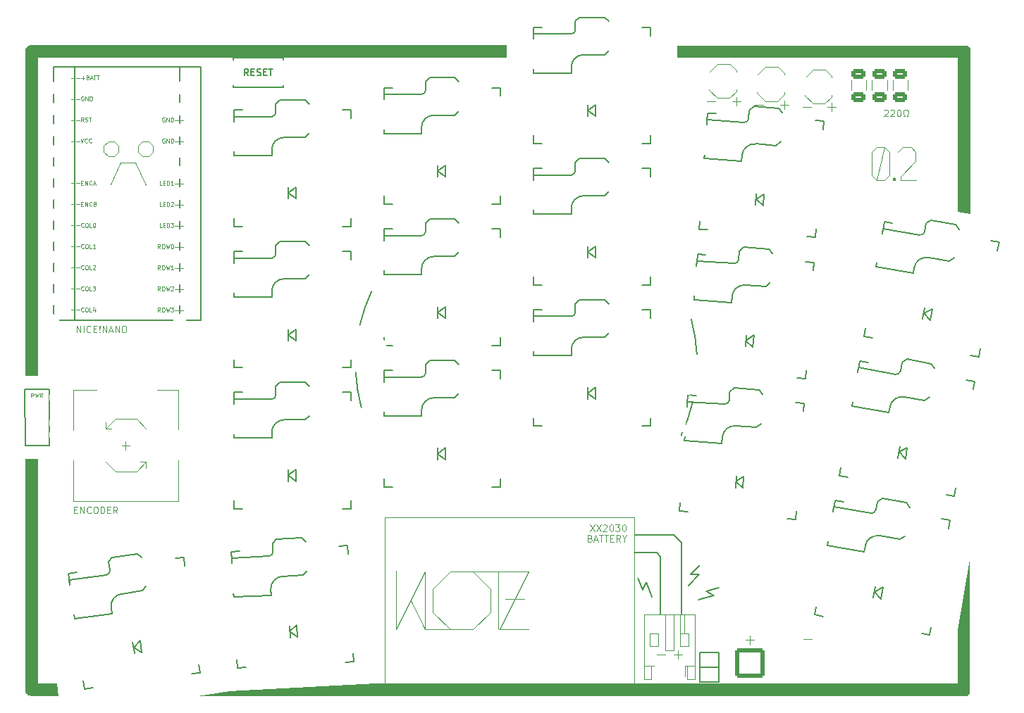
<source format=gto>
G04 #@! TF.GenerationSoftware,KiCad,Pcbnew,(6.0.4)*
G04 #@! TF.CreationDate,2022-07-03T01:05:05+02:00*
G04 #@! TF.ProjectId,Klotz,4b6c6f74-7a2e-46b6-9963-61645f706362,0.2*
G04 #@! TF.SameCoordinates,Original*
G04 #@! TF.FileFunction,Legend,Top*
G04 #@! TF.FilePolarity,Positive*
%FSLAX46Y46*%
G04 Gerber Fmt 4.6, Leading zero omitted, Abs format (unit mm)*
G04 Created by KiCad (PCBNEW (6.0.4)) date 2022-07-03 01:05:05*
%MOMM*%
%LPD*%
G01*
G04 APERTURE LIST*
G04 Aperture macros list*
%AMRoundRect*
0 Rectangle with rounded corners*
0 $1 Rounding radius*
0 $2 $3 $4 $5 $6 $7 $8 $9 X,Y pos of 4 corners*
0 Add a 4 corners polygon primitive as box body*
4,1,4,$2,$3,$4,$5,$6,$7,$8,$9,$2,$3,0*
0 Add four circle primitives for the rounded corners*
1,1,$1+$1,$2,$3*
1,1,$1+$1,$4,$5*
1,1,$1+$1,$6,$7*
1,1,$1+$1,$8,$9*
0 Add four rect primitives between the rounded corners*
20,1,$1+$1,$2,$3,$4,$5,0*
20,1,$1+$1,$4,$5,$6,$7,0*
20,1,$1+$1,$6,$7,$8,$9,0*
20,1,$1+$1,$8,$9,$2,$3,0*%
%AMRotRect*
0 Rectangle, with rotation*
0 The origin of the aperture is its center*
0 $1 length*
0 $2 width*
0 $3 Rotation angle, in degrees counterclockwise*
0 Add horizontal line*
21,1,$1,$2,0,0,$3*%
G04 Aperture macros list end*
%ADD10C,0.150000*%
%ADD11C,0.124999*%
%ADD12C,0.120000*%
%ADD13C,0.000000*%
%ADD14C,0.119999*%
%ADD15C,0.125000*%
%ADD16C,0.200000*%
%ADD17O,1.905000X2.159000*%
%ADD18R,1.905000X2.159000*%
%ADD19C,2.000000*%
%ADD20C,1.524000*%
%ADD21R,1.800000X1.500000*%
%ADD22R,0.635000X1.143000*%
%ADD23C,3.000000*%
%ADD24C,3.429000*%
%ADD25C,1.701800*%
%ADD26R,2.600000X2.600000*%
%ADD27C,2.032000*%
%ADD28RotRect,1.800000X1.500000X350.000000*%
%ADD29RotRect,2.600000X2.600000X350.000000*%
%ADD30RoundRect,0.250000X0.625000X-0.375000X0.625000X0.375000X-0.625000X0.375000X-0.625000X-0.375000X0*%
%ADD31C,4.400000*%
%ADD32O,1.200000X1.750000*%
%ADD33RotRect,2.600000X2.600000X356.000000*%
%ADD34C,3.500000*%
%ADD35RotRect,2.600000X2.600000X8.000000*%
%ADD36RotRect,1.800000X1.500000X356.000000*%
%ADD37RotRect,1.800000X1.500000X8.000000*%
%ADD38RotRect,1.800000X1.500000X4.000000*%
%ADD39C,0.900000*%
%ADD40R,1.000000X0.700000*%
%ADD41R,2.800000X1.000000*%
%ADD42RotRect,2.600000X2.600000X3.000000*%
%ADD43R,2.000000X2.000000*%
%ADD44R,2.500000X3.000000*%
%ADD45RoundRect,0.250002X-1.499998X-1.499998X1.499998X-1.499998X1.499998X1.499998X-1.499998X1.499998X0*%
G04 APERTURE END LIST*
D10*
X167554664Y-119737500D02*
X165751510Y-120220655D01*
D11*
X99662117Y-66854958D02*
X100181142Y-66335933D01*
D12*
X186576870Y-69145700D02*
X186576870Y-66406790D01*
D13*
G36*
X86386125Y-130258845D02*
G01*
X88642358Y-130258845D01*
X88818627Y-131810000D01*
X85540048Y-131810000D01*
X85469537Y-131774760D01*
X85363771Y-131774760D01*
X85328523Y-131739505D01*
X85258012Y-131739505D01*
X85222760Y-131704242D01*
X85187509Y-131704242D01*
X85152253Y-131668994D01*
X85117002Y-131668994D01*
X85117002Y-131633738D01*
X85081750Y-131598491D01*
X85046487Y-131598491D01*
X85046487Y-131563228D01*
X85011243Y-131527980D01*
X84975980Y-131492724D01*
X84940736Y-131457461D01*
X84940736Y-131422221D01*
X84905477Y-131386966D01*
X84905477Y-131316455D01*
X84870221Y-131281199D01*
X84870221Y-131175441D01*
X84834970Y-131140185D01*
X84834970Y-103325122D01*
X86386125Y-103325122D01*
X86386125Y-130258845D01*
G37*
D14*
X132840218Y-123786845D02*
X132840218Y-116860772D01*
X140710756Y-118959582D02*
X138646927Y-116860772D01*
D11*
X98935482Y-66854958D02*
X98935482Y-66854958D01*
D14*
X141690200Y-116860772D02*
X141690200Y-116860772D01*
X135918473Y-123786845D02*
X132840218Y-123786845D01*
X145293159Y-116860772D02*
X141690200Y-116860772D01*
D10*
X163675000Y-113400000D02*
X163675000Y-121950000D01*
X158480885Y-117572333D02*
X159017779Y-119047441D01*
D11*
X99662117Y-65124875D02*
X99662117Y-65124875D01*
X96340357Y-67685398D02*
X98035838Y-67685398D01*
D14*
X138646927Y-116860772D02*
X138646927Y-116860772D01*
D11*
X100181142Y-66335933D02*
X100181142Y-65643900D01*
D14*
X132840218Y-123786845D02*
X132840218Y-123786845D01*
X140710756Y-118959582D02*
X140710756Y-118959582D01*
D11*
X95094697Y-70245922D02*
X96340357Y-67685398D01*
D10*
X90768900Y-56170000D02*
X103448900Y-56170000D01*
X90768900Y-86625000D02*
X103448900Y-86650000D01*
D12*
X178367000Y-125000000D02*
X179383001Y-125000000D01*
D11*
X98935482Y-65124875D02*
X98935482Y-65124875D01*
D14*
X133819662Y-121723015D02*
X135883494Y-123786845D01*
D11*
X98416458Y-66335933D02*
X98416458Y-66335933D01*
D12*
X189724060Y-66368941D02*
X190308359Y-65784642D01*
D10*
X159461529Y-118095819D02*
X160100000Y-119850000D01*
D12*
X191842149Y-67475000D02*
X190000000Y-69317149D01*
D11*
X98416458Y-65643900D02*
X98416458Y-66335933D01*
D10*
X165850000Y-117175000D02*
X164530000Y-118495000D01*
D12*
X191257850Y-65784651D02*
X191842149Y-66368950D01*
D11*
X100181142Y-65643900D02*
X99662117Y-65124875D01*
D14*
X138646927Y-116860772D02*
X135883494Y-116860772D01*
D11*
X94298858Y-65643900D02*
X94298858Y-66335933D01*
D10*
X189361169Y-69532491D02*
X189231169Y-69532491D01*
D14*
X138646927Y-123786845D02*
X140710756Y-121723015D01*
D11*
X95509916Y-65124875D02*
X95509916Y-65124875D01*
X96340357Y-67685398D02*
X96340357Y-67685398D01*
X94817883Y-66854958D02*
X95509916Y-66854958D01*
D14*
X133819662Y-118959582D02*
X133819662Y-121723015D01*
D12*
X188110660Y-65822500D02*
X188694959Y-66406799D01*
D14*
X129412162Y-123786845D02*
X129412162Y-116755832D01*
D11*
X98416458Y-66335933D02*
X98935482Y-66854958D01*
D14*
X135883494Y-116860772D02*
X135883494Y-116860772D01*
D10*
X189211169Y-69722491D02*
X189361169Y-69722491D01*
D12*
X171900000Y-124572480D02*
X171900001Y-125600000D01*
D14*
X141830121Y-123786845D02*
X141830121Y-123786845D01*
D12*
X188110660Y-65822500D02*
X187161174Y-69730000D01*
D13*
G36*
X198082785Y-53583799D02*
G01*
X198118033Y-53619058D01*
X198188528Y-53689569D01*
X198223761Y-53724824D01*
X198259024Y-53760080D01*
X198294257Y-53795335D01*
X198329504Y-53830590D01*
X198364737Y-53865850D01*
X198400000Y-53901101D01*
X198400000Y-73819394D01*
X196884100Y-73572614D01*
X196884100Y-55064493D01*
X163181677Y-55064493D01*
X163181677Y-53548589D01*
X197695105Y-53548547D01*
X198047553Y-53548547D01*
X198082785Y-53583799D01*
G37*
D14*
X140710756Y-121723015D02*
X140710756Y-118959582D01*
D13*
G36*
X198361472Y-131059629D02*
G01*
X198361472Y-131447446D01*
X198290976Y-131517957D01*
X198255744Y-131553212D01*
X198220481Y-131588468D01*
X198185248Y-131623723D01*
X198150000Y-131658979D01*
X198114768Y-131694234D01*
X198079505Y-131729497D01*
X198044272Y-131764745D01*
X198009024Y-131800000D01*
X105609504Y-131800000D01*
X109452140Y-131271199D01*
X109452140Y-131200643D01*
X126937918Y-130284047D01*
X196880988Y-130284047D01*
X196880988Y-123867894D01*
X198361640Y-115371778D01*
X198361472Y-131059629D01*
G37*
D11*
X99662117Y-65124875D02*
X98935482Y-65124875D01*
D14*
X138646927Y-123786845D02*
X138646927Y-123786845D01*
D10*
X160700000Y-114575000D02*
X158050000Y-114575000D01*
D11*
X95509916Y-66854958D02*
X96028941Y-66335933D01*
X94817883Y-65124875D02*
X94298858Y-65643900D01*
D12*
X191842149Y-66368950D02*
X191842149Y-67475000D01*
D14*
X129412162Y-123786845D02*
X129412162Y-123786845D01*
D10*
X189361169Y-69722491D02*
X189361169Y-69532491D01*
D11*
X96028941Y-65643900D02*
X95509916Y-65124875D01*
D12*
X171367000Y-125086241D02*
X172383000Y-125086240D01*
D11*
X96028941Y-65643900D02*
X96028941Y-65643900D01*
D12*
X190000000Y-69725000D02*
X191875000Y-69725000D01*
D14*
X135883494Y-123786845D02*
X138646927Y-123786845D01*
D12*
X161733001Y-126867001D02*
X160705481Y-126867001D01*
X163233000Y-126341999D02*
X163233000Y-127357999D01*
D11*
X94298858Y-66335933D02*
X94298858Y-66335933D01*
D14*
X138611945Y-116860772D02*
X141690200Y-116860772D01*
D11*
X98935482Y-66854958D02*
X99662117Y-66854958D01*
X100181142Y-66335933D02*
X100181142Y-66335933D01*
D10*
X164800000Y-117175000D02*
X165850000Y-117175000D01*
D14*
X133819662Y-118959582D02*
X133819662Y-118959582D01*
X141830121Y-123786845D02*
X145293159Y-116860772D01*
D10*
X161150000Y-121975000D02*
X161150000Y-115025000D01*
D14*
X145293159Y-116860772D02*
X145293159Y-116860772D01*
D12*
X187161170Y-69730000D02*
X186576870Y-69145700D01*
D11*
X96028941Y-66335933D02*
X96028941Y-66335933D01*
D12*
X190308359Y-65784642D02*
X191257850Y-65784651D01*
D11*
X94817883Y-65124875D02*
X94817883Y-65124875D01*
D12*
X187161174Y-69730000D02*
X187161170Y-69730000D01*
D10*
X189211169Y-69532491D02*
X189211169Y-69722491D01*
D11*
X99662117Y-66854958D02*
X99662117Y-66854958D01*
D14*
X132875199Y-116860772D02*
X129412162Y-123786845D01*
D11*
X95509916Y-66854958D02*
X95509916Y-66854958D01*
D14*
X142564704Y-120113929D02*
X144838418Y-120113929D01*
D11*
X96028941Y-66335933D02*
X96028941Y-65643900D01*
D13*
G36*
X142691120Y-55054450D02*
G01*
X86391155Y-55054450D01*
X86391155Y-93269329D01*
X84840000Y-93269329D01*
X84840000Y-54173110D01*
X84875251Y-54137859D01*
X84875251Y-54032096D01*
X84910507Y-53996845D01*
X84910507Y-53961593D01*
X84945766Y-53926338D01*
X84945766Y-53891082D01*
X84981010Y-53855831D01*
X84981010Y-53820575D01*
X85016273Y-53785327D01*
X85051517Y-53785327D01*
X85051517Y-53750068D01*
X85086780Y-53714813D01*
X85122032Y-53714813D01*
X85122032Y-53679565D01*
X85157283Y-53679565D01*
X85192539Y-53644306D01*
X85227790Y-53609058D01*
X85298297Y-53609058D01*
X85333553Y-53573799D01*
X85368801Y-53573799D01*
X85404056Y-53538547D01*
X142691120Y-53538547D01*
X142691120Y-55054450D01*
G37*
D12*
X187161169Y-65822491D02*
X188110660Y-65822500D01*
D14*
X135883494Y-116860772D02*
X133819662Y-118959582D01*
D11*
X100181142Y-65643900D02*
X100181142Y-65643900D01*
D12*
X188694960Y-69145700D02*
X188110661Y-69729999D01*
D11*
X98035838Y-67685398D02*
X98035838Y-67685398D01*
D12*
X186576870Y-66406790D02*
X187161169Y-65822491D01*
X162725000Y-126850000D02*
X163741000Y-126849999D01*
D11*
X94298858Y-66335933D02*
X94817883Y-66854958D01*
D10*
X162725000Y-112450000D02*
X163675000Y-113400000D01*
X165910000Y-116065000D02*
X164800000Y-117175000D01*
D14*
X145293159Y-123786845D02*
X141830121Y-123786845D01*
D11*
X95509916Y-65124875D02*
X94817883Y-65124875D01*
D12*
X190000000Y-69317149D02*
X190000000Y-69725000D01*
X128050000Y-110300000D02*
X158025000Y-110300000D01*
X158025000Y-110300000D02*
X158025000Y-130300000D01*
X158025000Y-130300000D02*
X128050000Y-130300000D01*
X128050000Y-130300000D02*
X128050000Y-110300000D01*
D14*
X131161171Y-120323810D02*
X132875200Y-123786847D01*
D12*
X188110661Y-69729999D02*
X187161170Y-69730000D01*
X188694959Y-66406799D02*
X188694960Y-69145700D01*
D10*
X159017779Y-119047441D02*
X159461529Y-118095819D01*
D14*
X135883494Y-123786845D02*
X135883494Y-123786845D01*
D10*
X166645337Y-119212501D02*
X167554664Y-119737500D01*
X161150000Y-115025000D02*
X160700000Y-114575000D01*
X158100000Y-112450000D02*
X162725000Y-112450000D01*
D11*
X98035838Y-67685398D02*
X99350703Y-70315126D01*
D14*
X141690200Y-116860772D02*
X141690200Y-123786845D01*
X140710756Y-121723015D02*
X140710756Y-121723015D01*
D11*
X94817883Y-66854958D02*
X94817883Y-66854958D01*
X98935482Y-65124875D02*
X98416458Y-65643900D01*
D10*
X168161625Y-118806212D02*
X166645337Y-119212501D01*
D15*
X90721726Y-109417857D02*
X90988392Y-109417857D01*
X91102678Y-109836904D02*
X90721726Y-109836904D01*
X90721726Y-109036904D01*
X91102678Y-109036904D01*
X91445535Y-109836904D02*
X91445535Y-109036904D01*
X91902678Y-109836904D01*
X91902678Y-109036904D01*
X92740773Y-109760714D02*
X92702678Y-109798809D01*
X92588392Y-109836904D01*
X92512202Y-109836904D01*
X92397916Y-109798809D01*
X92321726Y-109722619D01*
X92283630Y-109646428D01*
X92245535Y-109494047D01*
X92245535Y-109379761D01*
X92283630Y-109227380D01*
X92321726Y-109151190D01*
X92397916Y-109075000D01*
X92512202Y-109036904D01*
X92588392Y-109036904D01*
X92702678Y-109075000D01*
X92740773Y-109113095D01*
X93236011Y-109036904D02*
X93388392Y-109036904D01*
X93464583Y-109075000D01*
X93540773Y-109151190D01*
X93578869Y-109303571D01*
X93578869Y-109570238D01*
X93540773Y-109722619D01*
X93464583Y-109798809D01*
X93388392Y-109836904D01*
X93236011Y-109836904D01*
X93159821Y-109798809D01*
X93083630Y-109722619D01*
X93045535Y-109570238D01*
X93045535Y-109303571D01*
X93083630Y-109151190D01*
X93159821Y-109075000D01*
X93236011Y-109036904D01*
X93921726Y-109836904D02*
X93921726Y-109036904D01*
X94112202Y-109036904D01*
X94226488Y-109075000D01*
X94302678Y-109151190D01*
X94340773Y-109227380D01*
X94378869Y-109379761D01*
X94378869Y-109494047D01*
X94340773Y-109646428D01*
X94302678Y-109722619D01*
X94226488Y-109798809D01*
X94112202Y-109836904D01*
X93921726Y-109836904D01*
X94721726Y-109417857D02*
X94988392Y-109417857D01*
X95102678Y-109836904D02*
X94721726Y-109836904D01*
X94721726Y-109036904D01*
X95102678Y-109036904D01*
X95902678Y-109836904D02*
X95636011Y-109455952D01*
X95445535Y-109836904D02*
X95445535Y-109036904D01*
X95750297Y-109036904D01*
X95826488Y-109075000D01*
X95864583Y-109113095D01*
X95902678Y-109189285D01*
X95902678Y-109303571D01*
X95864583Y-109379761D01*
X95826488Y-109417857D01*
X95750297Y-109455952D01*
X95445535Y-109455952D01*
X90350297Y-72680254D02*
X90731250Y-72680254D01*
X90969345Y-72680254D02*
X91350297Y-72680254D01*
X91588392Y-72608825D02*
X91755059Y-72608825D01*
X91826488Y-72870730D02*
X91588392Y-72870730D01*
X91588392Y-72370730D01*
X91826488Y-72370730D01*
X92040773Y-72870730D02*
X92040773Y-72370730D01*
X92326488Y-72870730D01*
X92326488Y-72370730D01*
X92850297Y-72823111D02*
X92826488Y-72846920D01*
X92755059Y-72870730D01*
X92707440Y-72870730D01*
X92636011Y-72846920D01*
X92588392Y-72799301D01*
X92564583Y-72751682D01*
X92540773Y-72656444D01*
X92540773Y-72585016D01*
X92564583Y-72489778D01*
X92588392Y-72442159D01*
X92636011Y-72394540D01*
X92707440Y-72370730D01*
X92755059Y-72370730D01*
X92826488Y-72394540D01*
X92850297Y-72418349D01*
X93231250Y-72608825D02*
X93302678Y-72632635D01*
X93326488Y-72656444D01*
X93350297Y-72704063D01*
X93350297Y-72775492D01*
X93326488Y-72823111D01*
X93302678Y-72846920D01*
X93255059Y-72870730D01*
X93064583Y-72870730D01*
X93064583Y-72370730D01*
X93231250Y-72370730D01*
X93278869Y-72394540D01*
X93302678Y-72418349D01*
X93326488Y-72465968D01*
X93326488Y-72513587D01*
X93302678Y-72561206D01*
X93278869Y-72585016D01*
X93231250Y-72608825D01*
X93064583Y-72608825D01*
X101264464Y-70336190D02*
X101026369Y-70336190D01*
X101026369Y-69836190D01*
X101431130Y-70074285D02*
X101597797Y-70074285D01*
X101669226Y-70336190D02*
X101431130Y-70336190D01*
X101431130Y-69836190D01*
X101669226Y-69836190D01*
X101883511Y-70336190D02*
X101883511Y-69836190D01*
X102002559Y-69836190D01*
X102073988Y-69860000D01*
X102121607Y-69907619D01*
X102145416Y-69955238D01*
X102169226Y-70050476D01*
X102169226Y-70121904D01*
X102145416Y-70217142D01*
X102121607Y-70264761D01*
X102073988Y-70312380D01*
X102002559Y-70336190D01*
X101883511Y-70336190D01*
X102645416Y-70336190D02*
X102359702Y-70336190D01*
X102502559Y-70336190D02*
X102502559Y-69836190D01*
X102454940Y-69907619D01*
X102407321Y-69955238D01*
X102359702Y-69979047D01*
X102859702Y-70145714D02*
X103240654Y-70145714D01*
X103478750Y-70145714D02*
X103859702Y-70145714D01*
X188051130Y-61358095D02*
X188089226Y-61320000D01*
X188165416Y-61281904D01*
X188355892Y-61281904D01*
X188432083Y-61320000D01*
X188470178Y-61358095D01*
X188508273Y-61434285D01*
X188508273Y-61510476D01*
X188470178Y-61624761D01*
X188013035Y-62081904D01*
X188508273Y-62081904D01*
X188813035Y-61358095D02*
X188851130Y-61320000D01*
X188927321Y-61281904D01*
X189117797Y-61281904D01*
X189193988Y-61320000D01*
X189232083Y-61358095D01*
X189270178Y-61434285D01*
X189270178Y-61510476D01*
X189232083Y-61624761D01*
X188774940Y-62081904D01*
X189270178Y-62081904D01*
X189765416Y-61281904D02*
X189841607Y-61281904D01*
X189917797Y-61320000D01*
X189955892Y-61358095D01*
X189993988Y-61434285D01*
X190032083Y-61586666D01*
X190032083Y-61777142D01*
X189993988Y-61929523D01*
X189955892Y-62005714D01*
X189917797Y-62043809D01*
X189841607Y-62081904D01*
X189765416Y-62081904D01*
X189689226Y-62043809D01*
X189651130Y-62005714D01*
X189613035Y-61929523D01*
X189574940Y-61777142D01*
X189574940Y-61586666D01*
X189613035Y-61434285D01*
X189651130Y-61358095D01*
X189689226Y-61320000D01*
X189765416Y-61281904D01*
X190336845Y-62081904D02*
X190527321Y-62081904D01*
X190527321Y-61929523D01*
X190451130Y-61891428D01*
X190374940Y-61815238D01*
X190336845Y-61700952D01*
X190336845Y-61510476D01*
X190374940Y-61396190D01*
X190451130Y-61320000D01*
X190565416Y-61281904D01*
X190717797Y-61281904D01*
X190832083Y-61320000D01*
X190908273Y-61396190D01*
X190946369Y-61510476D01*
X190946369Y-61700952D01*
X190908273Y-61815238D01*
X190832083Y-61891428D01*
X190755892Y-61929523D01*
X190755892Y-62081904D01*
X190946369Y-62081904D01*
X101073988Y-83036190D02*
X100907321Y-82798095D01*
X100788273Y-83036190D02*
X100788273Y-82536190D01*
X100978750Y-82536190D01*
X101026369Y-82560000D01*
X101050178Y-82583809D01*
X101073988Y-82631428D01*
X101073988Y-82702857D01*
X101050178Y-82750476D01*
X101026369Y-82774285D01*
X100978750Y-82798095D01*
X100788273Y-82798095D01*
X101383511Y-82536190D02*
X101478750Y-82536190D01*
X101526369Y-82560000D01*
X101573988Y-82607619D01*
X101597797Y-82702857D01*
X101597797Y-82869523D01*
X101573988Y-82964761D01*
X101526369Y-83012380D01*
X101478750Y-83036190D01*
X101383511Y-83036190D01*
X101335892Y-83012380D01*
X101288273Y-82964761D01*
X101264464Y-82869523D01*
X101264464Y-82702857D01*
X101288273Y-82607619D01*
X101335892Y-82560000D01*
X101383511Y-82536190D01*
X101764464Y-82536190D02*
X101883511Y-83036190D01*
X101978750Y-82679047D01*
X102073988Y-83036190D01*
X102193035Y-82536190D01*
X102359702Y-82583809D02*
X102383511Y-82560000D01*
X102431130Y-82536190D01*
X102550178Y-82536190D01*
X102597797Y-82560000D01*
X102621607Y-82583809D01*
X102645416Y-82631428D01*
X102645416Y-82679047D01*
X102621607Y-82750476D01*
X102335892Y-83036190D01*
X102645416Y-83036190D01*
X102859702Y-82845714D02*
X103240654Y-82845714D01*
X103478750Y-82845714D02*
X103859702Y-82845714D01*
X152711607Y-111167904D02*
X153244940Y-111967904D01*
X153244940Y-111167904D02*
X152711607Y-111967904D01*
X153473511Y-111167904D02*
X154006845Y-111967904D01*
X154006845Y-111167904D02*
X153473511Y-111967904D01*
X154273511Y-111244095D02*
X154311607Y-111206000D01*
X154387797Y-111167904D01*
X154578273Y-111167904D01*
X154654464Y-111206000D01*
X154692559Y-111244095D01*
X154730654Y-111320285D01*
X154730654Y-111396476D01*
X154692559Y-111510761D01*
X154235416Y-111967904D01*
X154730654Y-111967904D01*
X155225892Y-111167904D02*
X155302083Y-111167904D01*
X155378273Y-111206000D01*
X155416369Y-111244095D01*
X155454464Y-111320285D01*
X155492559Y-111472666D01*
X155492559Y-111663142D01*
X155454464Y-111815523D01*
X155416369Y-111891714D01*
X155378273Y-111929809D01*
X155302083Y-111967904D01*
X155225892Y-111967904D01*
X155149702Y-111929809D01*
X155111607Y-111891714D01*
X155073511Y-111815523D01*
X155035416Y-111663142D01*
X155035416Y-111472666D01*
X155073511Y-111320285D01*
X155111607Y-111244095D01*
X155149702Y-111206000D01*
X155225892Y-111167904D01*
X155759226Y-111167904D02*
X156254464Y-111167904D01*
X155987797Y-111472666D01*
X156102083Y-111472666D01*
X156178273Y-111510761D01*
X156216369Y-111548857D01*
X156254464Y-111625047D01*
X156254464Y-111815523D01*
X156216369Y-111891714D01*
X156178273Y-111929809D01*
X156102083Y-111967904D01*
X155873511Y-111967904D01*
X155797321Y-111929809D01*
X155759226Y-111891714D01*
X156749702Y-111167904D02*
X156825892Y-111167904D01*
X156902083Y-111206000D01*
X156940178Y-111244095D01*
X156978273Y-111320285D01*
X157016369Y-111472666D01*
X157016369Y-111663142D01*
X156978273Y-111815523D01*
X156940178Y-111891714D01*
X156902083Y-111929809D01*
X156825892Y-111967904D01*
X156749702Y-111967904D01*
X156673511Y-111929809D01*
X156635416Y-111891714D01*
X156597321Y-111815523D01*
X156559226Y-111663142D01*
X156559226Y-111472666D01*
X156597321Y-111320285D01*
X156635416Y-111244095D01*
X156673511Y-111206000D01*
X156749702Y-111167904D01*
X152711607Y-112836857D02*
X152825892Y-112874952D01*
X152863988Y-112913047D01*
X152902083Y-112989238D01*
X152902083Y-113103523D01*
X152863988Y-113179714D01*
X152825892Y-113217809D01*
X152749702Y-113255904D01*
X152444940Y-113255904D01*
X152444940Y-112455904D01*
X152711607Y-112455904D01*
X152787797Y-112494000D01*
X152825892Y-112532095D01*
X152863988Y-112608285D01*
X152863988Y-112684476D01*
X152825892Y-112760666D01*
X152787797Y-112798761D01*
X152711607Y-112836857D01*
X152444940Y-112836857D01*
X153206845Y-113027333D02*
X153587797Y-113027333D01*
X153130654Y-113255904D02*
X153397321Y-112455904D01*
X153663988Y-113255904D01*
X153816369Y-112455904D02*
X154273511Y-112455904D01*
X154044940Y-113255904D02*
X154044940Y-112455904D01*
X154425892Y-112455904D02*
X154883035Y-112455904D01*
X154654464Y-113255904D02*
X154654464Y-112455904D01*
X155149702Y-112836857D02*
X155416369Y-112836857D01*
X155530654Y-113255904D02*
X155149702Y-113255904D01*
X155149702Y-112455904D01*
X155530654Y-112455904D01*
X156330654Y-113255904D02*
X156063988Y-112874952D01*
X155873511Y-113255904D02*
X155873511Y-112455904D01*
X156178273Y-112455904D01*
X156254464Y-112494000D01*
X156292559Y-112532095D01*
X156330654Y-112608285D01*
X156330654Y-112722571D01*
X156292559Y-112798761D01*
X156254464Y-112836857D01*
X156178273Y-112874952D01*
X155873511Y-112874952D01*
X156825892Y-112874952D02*
X156825892Y-113255904D01*
X156559226Y-112455904D02*
X156825892Y-112874952D01*
X157092559Y-112455904D01*
X101073988Y-85576190D02*
X100907321Y-85338095D01*
X100788273Y-85576190D02*
X100788273Y-85076190D01*
X100978750Y-85076190D01*
X101026369Y-85100000D01*
X101050178Y-85123809D01*
X101073988Y-85171428D01*
X101073988Y-85242857D01*
X101050178Y-85290476D01*
X101026369Y-85314285D01*
X100978750Y-85338095D01*
X100788273Y-85338095D01*
X101383511Y-85076190D02*
X101478750Y-85076190D01*
X101526369Y-85100000D01*
X101573988Y-85147619D01*
X101597797Y-85242857D01*
X101597797Y-85409523D01*
X101573988Y-85504761D01*
X101526369Y-85552380D01*
X101478750Y-85576190D01*
X101383511Y-85576190D01*
X101335892Y-85552380D01*
X101288273Y-85504761D01*
X101264464Y-85409523D01*
X101264464Y-85242857D01*
X101288273Y-85147619D01*
X101335892Y-85100000D01*
X101383511Y-85076190D01*
X101764464Y-85076190D02*
X101883511Y-85576190D01*
X101978750Y-85219047D01*
X102073988Y-85576190D01*
X102193035Y-85076190D01*
X102335892Y-85076190D02*
X102645416Y-85076190D01*
X102478750Y-85266666D01*
X102550178Y-85266666D01*
X102597797Y-85290476D01*
X102621607Y-85314285D01*
X102645416Y-85361904D01*
X102645416Y-85480952D01*
X102621607Y-85528571D01*
X102597797Y-85552380D01*
X102550178Y-85576190D01*
X102407321Y-85576190D01*
X102359702Y-85552380D01*
X102335892Y-85528571D01*
X102859702Y-85385714D02*
X103240654Y-85385714D01*
X103478750Y-85385714D02*
X103859702Y-85385714D01*
X90350297Y-75219344D02*
X90731250Y-75219344D01*
X90969345Y-75219344D02*
X91350297Y-75219344D01*
X91874107Y-75362201D02*
X91850297Y-75386010D01*
X91778869Y-75409820D01*
X91731250Y-75409820D01*
X91659821Y-75386010D01*
X91612202Y-75338391D01*
X91588392Y-75290772D01*
X91564583Y-75195534D01*
X91564583Y-75124106D01*
X91588392Y-75028868D01*
X91612202Y-74981249D01*
X91659821Y-74933630D01*
X91731250Y-74909820D01*
X91778869Y-74909820D01*
X91850297Y-74933630D01*
X91874107Y-74957439D01*
X92183630Y-74909820D02*
X92278869Y-74909820D01*
X92326488Y-74933630D01*
X92374107Y-74981249D01*
X92397916Y-75076487D01*
X92397916Y-75243153D01*
X92374107Y-75338391D01*
X92326488Y-75386010D01*
X92278869Y-75409820D01*
X92183630Y-75409820D01*
X92136011Y-75386010D01*
X92088392Y-75338391D01*
X92064583Y-75243153D01*
X92064583Y-75076487D01*
X92088392Y-74981249D01*
X92136011Y-74933630D01*
X92183630Y-74909820D01*
X92850297Y-75409820D02*
X92612202Y-75409820D01*
X92612202Y-74909820D01*
X93112202Y-74909820D02*
X93159821Y-74909820D01*
X93207440Y-74933630D01*
X93231250Y-74957439D01*
X93255059Y-75005058D01*
X93278869Y-75100296D01*
X93278869Y-75219344D01*
X93255059Y-75314582D01*
X93231250Y-75362201D01*
X93207440Y-75386010D01*
X93159821Y-75409820D01*
X93112202Y-75409820D01*
X93064583Y-75386010D01*
X93040773Y-75362201D01*
X93016964Y-75314582D01*
X92993154Y-75219344D01*
X92993154Y-75100296D01*
X93016964Y-75005058D01*
X93040773Y-74957439D01*
X93064583Y-74933630D01*
X93112202Y-74909820D01*
X90350297Y-65062984D02*
X90731250Y-65062984D01*
X90969345Y-65062984D02*
X91350297Y-65062984D01*
X91516964Y-64753460D02*
X91683630Y-65253460D01*
X91850297Y-64753460D01*
X92302678Y-65205841D02*
X92278869Y-65229650D01*
X92207440Y-65253460D01*
X92159821Y-65253460D01*
X92088392Y-65229650D01*
X92040773Y-65182031D01*
X92016964Y-65134412D01*
X91993154Y-65039174D01*
X91993154Y-64967746D01*
X92016964Y-64872508D01*
X92040773Y-64824889D01*
X92088392Y-64777270D01*
X92159821Y-64753460D01*
X92207440Y-64753460D01*
X92278869Y-64777270D01*
X92302678Y-64801079D01*
X92802678Y-65205841D02*
X92778869Y-65229650D01*
X92707440Y-65253460D01*
X92659821Y-65253460D01*
X92588392Y-65229650D01*
X92540773Y-65182031D01*
X92516964Y-65134412D01*
X92493154Y-65039174D01*
X92493154Y-64967746D01*
X92516964Y-64872508D01*
X92540773Y-64824889D01*
X92588392Y-64777270D01*
X92659821Y-64753460D01*
X92707440Y-64753460D01*
X92778869Y-64777270D01*
X92802678Y-64801079D01*
X90350297Y-59984804D02*
X90731250Y-59984804D01*
X90969345Y-59984804D02*
X91350297Y-59984804D01*
X91850297Y-59699090D02*
X91802678Y-59675280D01*
X91731250Y-59675280D01*
X91659821Y-59699090D01*
X91612202Y-59746709D01*
X91588392Y-59794328D01*
X91564583Y-59889566D01*
X91564583Y-59960994D01*
X91588392Y-60056232D01*
X91612202Y-60103851D01*
X91659821Y-60151470D01*
X91731250Y-60175280D01*
X91778869Y-60175280D01*
X91850297Y-60151470D01*
X91874107Y-60127661D01*
X91874107Y-59960994D01*
X91778869Y-59960994D01*
X92088392Y-60175280D02*
X92088392Y-59675280D01*
X92374107Y-60175280D01*
X92374107Y-59675280D01*
X92612202Y-60175280D02*
X92612202Y-59675280D01*
X92731250Y-59675280D01*
X92802678Y-59699090D01*
X92850297Y-59746709D01*
X92874107Y-59794328D01*
X92897916Y-59889566D01*
X92897916Y-59960994D01*
X92874107Y-60056232D01*
X92850297Y-60103851D01*
X92802678Y-60151470D01*
X92731250Y-60175280D01*
X92612202Y-60175280D01*
X101073988Y-77956190D02*
X100907321Y-77718095D01*
X100788273Y-77956190D02*
X100788273Y-77456190D01*
X100978750Y-77456190D01*
X101026369Y-77480000D01*
X101050178Y-77503809D01*
X101073988Y-77551428D01*
X101073988Y-77622857D01*
X101050178Y-77670476D01*
X101026369Y-77694285D01*
X100978750Y-77718095D01*
X100788273Y-77718095D01*
X101383511Y-77456190D02*
X101478750Y-77456190D01*
X101526369Y-77480000D01*
X101573988Y-77527619D01*
X101597797Y-77622857D01*
X101597797Y-77789523D01*
X101573988Y-77884761D01*
X101526369Y-77932380D01*
X101478750Y-77956190D01*
X101383511Y-77956190D01*
X101335892Y-77932380D01*
X101288273Y-77884761D01*
X101264464Y-77789523D01*
X101264464Y-77622857D01*
X101288273Y-77527619D01*
X101335892Y-77480000D01*
X101383511Y-77456190D01*
X101764464Y-77456190D02*
X101883511Y-77956190D01*
X101978750Y-77599047D01*
X102073988Y-77956190D01*
X102193035Y-77456190D01*
X102478750Y-77456190D02*
X102526369Y-77456190D01*
X102573988Y-77480000D01*
X102597797Y-77503809D01*
X102621607Y-77551428D01*
X102645416Y-77646666D01*
X102645416Y-77765714D01*
X102621607Y-77860952D01*
X102597797Y-77908571D01*
X102573988Y-77932380D01*
X102526369Y-77956190D01*
X102478750Y-77956190D01*
X102431130Y-77932380D01*
X102407321Y-77908571D01*
X102383511Y-77860952D01*
X102359702Y-77765714D01*
X102359702Y-77646666D01*
X102383511Y-77551428D01*
X102407321Y-77503809D01*
X102431130Y-77480000D01*
X102478750Y-77456190D01*
X102859702Y-77765714D02*
X103240654Y-77765714D01*
X103478750Y-77765714D02*
X103859702Y-77765714D01*
X101264464Y-72876190D02*
X101026369Y-72876190D01*
X101026369Y-72376190D01*
X101431130Y-72614285D02*
X101597797Y-72614285D01*
X101669226Y-72876190D02*
X101431130Y-72876190D01*
X101431130Y-72376190D01*
X101669226Y-72376190D01*
X101883511Y-72876190D02*
X101883511Y-72376190D01*
X102002559Y-72376190D01*
X102073988Y-72400000D01*
X102121607Y-72447619D01*
X102145416Y-72495238D01*
X102169226Y-72590476D01*
X102169226Y-72661904D01*
X102145416Y-72757142D01*
X102121607Y-72804761D01*
X102073988Y-72852380D01*
X102002559Y-72876190D01*
X101883511Y-72876190D01*
X102359702Y-72423809D02*
X102383511Y-72400000D01*
X102431130Y-72376190D01*
X102550178Y-72376190D01*
X102597797Y-72400000D01*
X102621607Y-72423809D01*
X102645416Y-72471428D01*
X102645416Y-72519047D01*
X102621607Y-72590476D01*
X102335892Y-72876190D01*
X102645416Y-72876190D01*
X102859702Y-72685714D02*
X103240654Y-72685714D01*
X103478750Y-72685714D02*
X103859702Y-72685714D01*
X91021726Y-88086904D02*
X91021726Y-87286904D01*
X91478869Y-88086904D01*
X91478869Y-87286904D01*
X91859821Y-88086904D02*
X91859821Y-87286904D01*
X92697916Y-88010714D02*
X92659821Y-88048809D01*
X92545535Y-88086904D01*
X92469345Y-88086904D01*
X92355059Y-88048809D01*
X92278869Y-87972619D01*
X92240773Y-87896428D01*
X92202678Y-87744047D01*
X92202678Y-87629761D01*
X92240773Y-87477380D01*
X92278869Y-87401190D01*
X92355059Y-87325000D01*
X92469345Y-87286904D01*
X92545535Y-87286904D01*
X92659821Y-87325000D01*
X92697916Y-87363095D01*
X93040773Y-87667857D02*
X93307440Y-87667857D01*
X93421726Y-88086904D02*
X93040773Y-88086904D01*
X93040773Y-87286904D01*
X93421726Y-87286904D01*
X93764583Y-88010714D02*
X93802678Y-88048809D01*
X93764583Y-88086904D01*
X93726488Y-88048809D01*
X93764583Y-88010714D01*
X93764583Y-88086904D01*
X93764583Y-87782142D02*
X93726488Y-87325000D01*
X93764583Y-87286904D01*
X93802678Y-87325000D01*
X93764583Y-87782142D01*
X93764583Y-87286904D01*
X94145535Y-88086904D02*
X94145535Y-87286904D01*
X94602678Y-88086904D01*
X94602678Y-87286904D01*
X94945535Y-87858333D02*
X95326488Y-87858333D01*
X94869345Y-88086904D02*
X95136011Y-87286904D01*
X95402678Y-88086904D01*
X95669345Y-88086904D02*
X95669345Y-87286904D01*
X96126488Y-88086904D01*
X96126488Y-87286904D01*
X96659821Y-87286904D02*
X96812202Y-87286904D01*
X96888392Y-87325000D01*
X96964583Y-87401190D01*
X97002678Y-87553571D01*
X97002678Y-87820238D01*
X96964583Y-87972619D01*
X96888392Y-88048809D01*
X96812202Y-88086904D01*
X96659821Y-88086904D01*
X96583630Y-88048809D01*
X96507440Y-87972619D01*
X96469345Y-87820238D01*
X96469345Y-87553571D01*
X96507440Y-87401190D01*
X96583630Y-87325000D01*
X96659821Y-87286904D01*
X90350297Y-82836614D02*
X90731250Y-82836614D01*
X90969345Y-82836614D02*
X91350297Y-82836614D01*
X91874107Y-82979471D02*
X91850297Y-83003280D01*
X91778869Y-83027090D01*
X91731250Y-83027090D01*
X91659821Y-83003280D01*
X91612202Y-82955661D01*
X91588392Y-82908042D01*
X91564583Y-82812804D01*
X91564583Y-82741376D01*
X91588392Y-82646138D01*
X91612202Y-82598519D01*
X91659821Y-82550900D01*
X91731250Y-82527090D01*
X91778869Y-82527090D01*
X91850297Y-82550900D01*
X91874107Y-82574709D01*
X92183630Y-82527090D02*
X92278869Y-82527090D01*
X92326488Y-82550900D01*
X92374107Y-82598519D01*
X92397916Y-82693757D01*
X92397916Y-82860423D01*
X92374107Y-82955661D01*
X92326488Y-83003280D01*
X92278869Y-83027090D01*
X92183630Y-83027090D01*
X92136011Y-83003280D01*
X92088392Y-82955661D01*
X92064583Y-82860423D01*
X92064583Y-82693757D01*
X92088392Y-82598519D01*
X92136011Y-82550900D01*
X92183630Y-82527090D01*
X92850297Y-83027090D02*
X92612202Y-83027090D01*
X92612202Y-82527090D01*
X92969345Y-82527090D02*
X93278869Y-82527090D01*
X93112202Y-82717566D01*
X93183630Y-82717566D01*
X93231250Y-82741376D01*
X93255059Y-82765185D01*
X93278869Y-82812804D01*
X93278869Y-82931852D01*
X93255059Y-82979471D01*
X93231250Y-83003280D01*
X93183630Y-83027090D01*
X93040773Y-83027090D01*
X92993154Y-83003280D01*
X92969345Y-82979471D01*
X101597797Y-64780000D02*
X101550178Y-64756190D01*
X101478750Y-64756190D01*
X101407321Y-64780000D01*
X101359702Y-64827619D01*
X101335892Y-64875238D01*
X101312083Y-64970476D01*
X101312083Y-65041904D01*
X101335892Y-65137142D01*
X101359702Y-65184761D01*
X101407321Y-65232380D01*
X101478750Y-65256190D01*
X101526369Y-65256190D01*
X101597797Y-65232380D01*
X101621607Y-65208571D01*
X101621607Y-65041904D01*
X101526369Y-65041904D01*
X101835892Y-65256190D02*
X101835892Y-64756190D01*
X102121607Y-65256190D01*
X102121607Y-64756190D01*
X102359702Y-65256190D02*
X102359702Y-64756190D01*
X102478750Y-64756190D01*
X102550178Y-64780000D01*
X102597797Y-64827619D01*
X102621607Y-64875238D01*
X102645416Y-64970476D01*
X102645416Y-65041904D01*
X102621607Y-65137142D01*
X102597797Y-65184761D01*
X102550178Y-65232380D01*
X102478750Y-65256190D01*
X102359702Y-65256190D01*
X102859702Y-65065714D02*
X103240654Y-65065714D01*
X103478750Y-65065714D02*
X103859702Y-65065714D01*
X90350297Y-57445714D02*
X90731250Y-57445714D01*
X90969345Y-57445714D02*
X91350297Y-57445714D01*
X91588392Y-57445714D02*
X91969345Y-57445714D01*
X91778869Y-57636190D02*
X91778869Y-57255238D01*
X92374107Y-57374285D02*
X92445535Y-57398095D01*
X92469345Y-57421904D01*
X92493154Y-57469523D01*
X92493154Y-57540952D01*
X92469345Y-57588571D01*
X92445535Y-57612380D01*
X92397916Y-57636190D01*
X92207440Y-57636190D01*
X92207440Y-57136190D01*
X92374107Y-57136190D01*
X92421726Y-57160000D01*
X92445535Y-57183809D01*
X92469345Y-57231428D01*
X92469345Y-57279047D01*
X92445535Y-57326666D01*
X92421726Y-57350476D01*
X92374107Y-57374285D01*
X92207440Y-57374285D01*
X92683630Y-57493333D02*
X92921726Y-57493333D01*
X92636011Y-57636190D02*
X92802678Y-57136190D01*
X92969345Y-57636190D01*
X93064583Y-57136190D02*
X93350297Y-57136190D01*
X93207440Y-57636190D02*
X93207440Y-57136190D01*
X93445535Y-57136190D02*
X93731250Y-57136190D01*
X93588392Y-57636190D02*
X93588392Y-57136190D01*
X101264464Y-75416190D02*
X101026369Y-75416190D01*
X101026369Y-74916190D01*
X101431130Y-75154285D02*
X101597797Y-75154285D01*
X101669226Y-75416190D02*
X101431130Y-75416190D01*
X101431130Y-74916190D01*
X101669226Y-74916190D01*
X101883511Y-75416190D02*
X101883511Y-74916190D01*
X102002559Y-74916190D01*
X102073988Y-74940000D01*
X102121607Y-74987619D01*
X102145416Y-75035238D01*
X102169226Y-75130476D01*
X102169226Y-75201904D01*
X102145416Y-75297142D01*
X102121607Y-75344761D01*
X102073988Y-75392380D01*
X102002559Y-75416190D01*
X101883511Y-75416190D01*
X102335892Y-74916190D02*
X102645416Y-74916190D01*
X102478750Y-75106666D01*
X102550178Y-75106666D01*
X102597797Y-75130476D01*
X102621607Y-75154285D01*
X102645416Y-75201904D01*
X102645416Y-75320952D01*
X102621607Y-75368571D01*
X102597797Y-75392380D01*
X102550178Y-75416190D01*
X102407321Y-75416190D01*
X102359702Y-75392380D01*
X102335892Y-75368571D01*
X102859702Y-75225714D02*
X103240654Y-75225714D01*
X103478750Y-75225714D02*
X103859702Y-75225714D01*
X90350297Y-85375714D02*
X90731250Y-85375714D01*
X90969345Y-85375714D02*
X91350297Y-85375714D01*
X91874107Y-85518571D02*
X91850297Y-85542380D01*
X91778869Y-85566190D01*
X91731250Y-85566190D01*
X91659821Y-85542380D01*
X91612202Y-85494761D01*
X91588392Y-85447142D01*
X91564583Y-85351904D01*
X91564583Y-85280476D01*
X91588392Y-85185238D01*
X91612202Y-85137619D01*
X91659821Y-85090000D01*
X91731250Y-85066190D01*
X91778869Y-85066190D01*
X91850297Y-85090000D01*
X91874107Y-85113809D01*
X92183630Y-85066190D02*
X92278869Y-85066190D01*
X92326488Y-85090000D01*
X92374107Y-85137619D01*
X92397916Y-85232857D01*
X92397916Y-85399523D01*
X92374107Y-85494761D01*
X92326488Y-85542380D01*
X92278869Y-85566190D01*
X92183630Y-85566190D01*
X92136011Y-85542380D01*
X92088392Y-85494761D01*
X92064583Y-85399523D01*
X92064583Y-85232857D01*
X92088392Y-85137619D01*
X92136011Y-85090000D01*
X92183630Y-85066190D01*
X92850297Y-85566190D02*
X92612202Y-85566190D01*
X92612202Y-85066190D01*
X93231250Y-85232857D02*
X93231250Y-85566190D01*
X93112202Y-85042380D02*
X92993154Y-85399523D01*
X93302678Y-85399523D01*
X90350297Y-70141164D02*
X90731250Y-70141164D01*
X90969345Y-70141164D02*
X91350297Y-70141164D01*
X91588392Y-70069735D02*
X91755059Y-70069735D01*
X91826488Y-70331640D02*
X91588392Y-70331640D01*
X91588392Y-69831640D01*
X91826488Y-69831640D01*
X92040773Y-70331640D02*
X92040773Y-69831640D01*
X92326488Y-70331640D01*
X92326488Y-69831640D01*
X92850297Y-70284021D02*
X92826488Y-70307830D01*
X92755059Y-70331640D01*
X92707440Y-70331640D01*
X92636011Y-70307830D01*
X92588392Y-70260211D01*
X92564583Y-70212592D01*
X92540773Y-70117354D01*
X92540773Y-70045926D01*
X92564583Y-69950688D01*
X92588392Y-69903069D01*
X92636011Y-69855450D01*
X92707440Y-69831640D01*
X92755059Y-69831640D01*
X92826488Y-69855450D01*
X92850297Y-69879259D01*
X93040773Y-70188783D02*
X93278869Y-70188783D01*
X92993154Y-70331640D02*
X93159821Y-69831640D01*
X93326488Y-70331640D01*
X101073988Y-80496190D02*
X100907321Y-80258095D01*
X100788273Y-80496190D02*
X100788273Y-79996190D01*
X100978750Y-79996190D01*
X101026369Y-80020000D01*
X101050178Y-80043809D01*
X101073988Y-80091428D01*
X101073988Y-80162857D01*
X101050178Y-80210476D01*
X101026369Y-80234285D01*
X100978750Y-80258095D01*
X100788273Y-80258095D01*
X101383511Y-79996190D02*
X101478750Y-79996190D01*
X101526369Y-80020000D01*
X101573988Y-80067619D01*
X101597797Y-80162857D01*
X101597797Y-80329523D01*
X101573988Y-80424761D01*
X101526369Y-80472380D01*
X101478750Y-80496190D01*
X101383511Y-80496190D01*
X101335892Y-80472380D01*
X101288273Y-80424761D01*
X101264464Y-80329523D01*
X101264464Y-80162857D01*
X101288273Y-80067619D01*
X101335892Y-80020000D01*
X101383511Y-79996190D01*
X101764464Y-79996190D02*
X101883511Y-80496190D01*
X101978750Y-80139047D01*
X102073988Y-80496190D01*
X102193035Y-79996190D01*
X102645416Y-80496190D02*
X102359702Y-80496190D01*
X102502559Y-80496190D02*
X102502559Y-79996190D01*
X102454940Y-80067619D01*
X102407321Y-80115238D01*
X102359702Y-80139047D01*
X102859702Y-80305714D02*
X103240654Y-80305714D01*
X103478750Y-80305714D02*
X103859702Y-80305714D01*
X85573333Y-95876190D02*
X85573333Y-95376190D01*
X85763809Y-95376190D01*
X85811428Y-95400000D01*
X85835238Y-95423809D01*
X85859047Y-95471428D01*
X85859047Y-95542857D01*
X85835238Y-95590476D01*
X85811428Y-95614285D01*
X85763809Y-95638095D01*
X85573333Y-95638095D01*
X86025714Y-95376190D02*
X86144761Y-95876190D01*
X86240000Y-95519047D01*
X86335238Y-95876190D01*
X86454285Y-95376190D01*
X86930476Y-95876190D02*
X86763809Y-95638095D01*
X86644761Y-95876190D02*
X86644761Y-95376190D01*
X86835238Y-95376190D01*
X86882857Y-95400000D01*
X86906666Y-95423809D01*
X86930476Y-95471428D01*
X86930476Y-95542857D01*
X86906666Y-95590476D01*
X86882857Y-95614285D01*
X86835238Y-95638095D01*
X86644761Y-95638095D01*
X90350297Y-62523894D02*
X90731250Y-62523894D01*
X90969345Y-62523894D02*
X91350297Y-62523894D01*
X91874107Y-62714370D02*
X91707440Y-62476275D01*
X91588392Y-62714370D02*
X91588392Y-62214370D01*
X91778869Y-62214370D01*
X91826488Y-62238180D01*
X91850297Y-62261989D01*
X91874107Y-62309608D01*
X91874107Y-62381037D01*
X91850297Y-62428656D01*
X91826488Y-62452465D01*
X91778869Y-62476275D01*
X91588392Y-62476275D01*
X92064583Y-62690560D02*
X92136011Y-62714370D01*
X92255059Y-62714370D01*
X92302678Y-62690560D01*
X92326488Y-62666751D01*
X92350297Y-62619132D01*
X92350297Y-62571513D01*
X92326488Y-62523894D01*
X92302678Y-62500084D01*
X92255059Y-62476275D01*
X92159821Y-62452465D01*
X92112202Y-62428656D01*
X92088392Y-62404846D01*
X92064583Y-62357227D01*
X92064583Y-62309608D01*
X92088392Y-62261989D01*
X92112202Y-62238180D01*
X92159821Y-62214370D01*
X92278869Y-62214370D01*
X92350297Y-62238180D01*
X92493154Y-62214370D02*
X92778869Y-62214370D01*
X92636011Y-62714370D02*
X92636011Y-62214370D01*
X90350297Y-77758434D02*
X90731250Y-77758434D01*
X90969345Y-77758434D02*
X91350297Y-77758434D01*
X91874107Y-77901291D02*
X91850297Y-77925100D01*
X91778869Y-77948910D01*
X91731250Y-77948910D01*
X91659821Y-77925100D01*
X91612202Y-77877481D01*
X91588392Y-77829862D01*
X91564583Y-77734624D01*
X91564583Y-77663196D01*
X91588392Y-77567958D01*
X91612202Y-77520339D01*
X91659821Y-77472720D01*
X91731250Y-77448910D01*
X91778869Y-77448910D01*
X91850297Y-77472720D01*
X91874107Y-77496529D01*
X92183630Y-77448910D02*
X92278869Y-77448910D01*
X92326488Y-77472720D01*
X92374107Y-77520339D01*
X92397916Y-77615577D01*
X92397916Y-77782243D01*
X92374107Y-77877481D01*
X92326488Y-77925100D01*
X92278869Y-77948910D01*
X92183630Y-77948910D01*
X92136011Y-77925100D01*
X92088392Y-77877481D01*
X92064583Y-77782243D01*
X92064583Y-77615577D01*
X92088392Y-77520339D01*
X92136011Y-77472720D01*
X92183630Y-77448910D01*
X92850297Y-77948910D02*
X92612202Y-77948910D01*
X92612202Y-77448910D01*
X93278869Y-77948910D02*
X92993154Y-77948910D01*
X93136011Y-77948910D02*
X93136011Y-77448910D01*
X93088392Y-77520339D01*
X93040773Y-77567958D01*
X92993154Y-77591767D01*
X101597797Y-62240000D02*
X101550178Y-62216190D01*
X101478750Y-62216190D01*
X101407321Y-62240000D01*
X101359702Y-62287619D01*
X101335892Y-62335238D01*
X101312083Y-62430476D01*
X101312083Y-62501904D01*
X101335892Y-62597142D01*
X101359702Y-62644761D01*
X101407321Y-62692380D01*
X101478750Y-62716190D01*
X101526369Y-62716190D01*
X101597797Y-62692380D01*
X101621607Y-62668571D01*
X101621607Y-62501904D01*
X101526369Y-62501904D01*
X101835892Y-62716190D02*
X101835892Y-62216190D01*
X102121607Y-62716190D01*
X102121607Y-62216190D01*
X102359702Y-62716190D02*
X102359702Y-62216190D01*
X102478750Y-62216190D01*
X102550178Y-62240000D01*
X102597797Y-62287619D01*
X102621607Y-62335238D01*
X102645416Y-62430476D01*
X102645416Y-62501904D01*
X102621607Y-62597142D01*
X102597797Y-62644761D01*
X102550178Y-62692380D01*
X102478750Y-62716190D01*
X102359702Y-62716190D01*
X102859702Y-62525714D02*
X103240654Y-62525714D01*
X103478750Y-62525714D02*
X103859702Y-62525714D01*
X90350297Y-80297524D02*
X90731250Y-80297524D01*
X90969345Y-80297524D02*
X91350297Y-80297524D01*
X91874107Y-80440381D02*
X91850297Y-80464190D01*
X91778869Y-80488000D01*
X91731250Y-80488000D01*
X91659821Y-80464190D01*
X91612202Y-80416571D01*
X91588392Y-80368952D01*
X91564583Y-80273714D01*
X91564583Y-80202286D01*
X91588392Y-80107048D01*
X91612202Y-80059429D01*
X91659821Y-80011810D01*
X91731250Y-79988000D01*
X91778869Y-79988000D01*
X91850297Y-80011810D01*
X91874107Y-80035619D01*
X92183630Y-79988000D02*
X92278869Y-79988000D01*
X92326488Y-80011810D01*
X92374107Y-80059429D01*
X92397916Y-80154667D01*
X92397916Y-80321333D01*
X92374107Y-80416571D01*
X92326488Y-80464190D01*
X92278869Y-80488000D01*
X92183630Y-80488000D01*
X92136011Y-80464190D01*
X92088392Y-80416571D01*
X92064583Y-80321333D01*
X92064583Y-80154667D01*
X92088392Y-80059429D01*
X92136011Y-80011810D01*
X92183630Y-79988000D01*
X92850297Y-80488000D02*
X92612202Y-80488000D01*
X92612202Y-79988000D01*
X92993154Y-80035619D02*
X93016964Y-80011810D01*
X93064583Y-79988000D01*
X93183630Y-79988000D01*
X93231250Y-80011810D01*
X93255059Y-80035619D01*
X93278869Y-80083238D01*
X93278869Y-80130857D01*
X93255059Y-80202286D01*
X92969345Y-80488000D01*
X93278869Y-80488000D01*
D10*
X111658095Y-57181904D02*
X111391428Y-56800952D01*
X111200952Y-57181904D02*
X111200952Y-56381904D01*
X111505714Y-56381904D01*
X111581904Y-56420000D01*
X111620000Y-56458095D01*
X111658095Y-56534285D01*
X111658095Y-56648571D01*
X111620000Y-56724761D01*
X111581904Y-56762857D01*
X111505714Y-56800952D01*
X111200952Y-56800952D01*
X112000952Y-56762857D02*
X112267619Y-56762857D01*
X112381904Y-57181904D02*
X112000952Y-57181904D01*
X112000952Y-56381904D01*
X112381904Y-56381904D01*
X112686666Y-57143809D02*
X112800952Y-57181904D01*
X112991428Y-57181904D01*
X113067619Y-57143809D01*
X113105714Y-57105714D01*
X113143809Y-57029523D01*
X113143809Y-56953333D01*
X113105714Y-56877142D01*
X113067619Y-56839047D01*
X112991428Y-56800952D01*
X112839047Y-56762857D01*
X112762857Y-56724761D01*
X112724761Y-56686666D01*
X112686666Y-56610476D01*
X112686666Y-56534285D01*
X112724761Y-56458095D01*
X112762857Y-56420000D01*
X112839047Y-56381904D01*
X113029523Y-56381904D01*
X113143809Y-56420000D01*
X113486666Y-56762857D02*
X113753333Y-56762857D01*
X113867619Y-57181904D02*
X113486666Y-57181904D01*
X113486666Y-56381904D01*
X113867619Y-56381904D01*
X114096190Y-56381904D02*
X114553333Y-56381904D01*
X114324761Y-57181904D02*
X114324761Y-56381904D01*
X161439285Y-130828571D02*
X161582142Y-130876190D01*
X161629761Y-130923809D01*
X161677380Y-131019047D01*
X161677380Y-131161904D01*
X161629761Y-131257142D01*
X161582142Y-131304761D01*
X161486904Y-131352380D01*
X161105952Y-131352380D01*
X161105952Y-130352380D01*
X161439285Y-130352380D01*
X161534523Y-130400000D01*
X161582142Y-130447619D01*
X161629761Y-130542857D01*
X161629761Y-130638095D01*
X161582142Y-130733333D01*
X161534523Y-130780952D01*
X161439285Y-130828571D01*
X161105952Y-130828571D01*
X161963095Y-130352380D02*
X162534523Y-130352380D01*
X162248809Y-131352380D02*
X162248809Y-130352380D01*
X163391666Y-131352380D02*
X162820238Y-131352380D01*
X163105952Y-131352380D02*
X163105952Y-130352380D01*
X163010714Y-130495238D01*
X162915476Y-130590476D01*
X162820238Y-130638095D01*
D12*
X181743019Y-59748792D02*
X180918219Y-60573592D01*
X178493019Y-59573592D02*
X178493019Y-57478792D01*
D15*
X181743019Y-60470792D02*
X181743019Y-61486792D01*
D12*
X179493019Y-60573592D02*
X178493019Y-59573592D01*
X179493019Y-56478792D02*
X180993019Y-56478792D01*
X178493019Y-57478792D02*
X179493019Y-56478792D01*
X181743019Y-57228792D02*
X181743019Y-59748792D01*
X179493019Y-60573592D02*
X180918219Y-60573592D01*
X180993019Y-56478792D02*
X181743019Y-57228792D01*
D15*
X181235019Y-60978792D02*
X182251019Y-60978792D01*
X178235019Y-60978792D02*
X179251019Y-60978792D01*
D10*
X153370000Y-62080000D02*
X152470000Y-61380000D01*
X152470000Y-61380000D02*
X153370000Y-60680000D01*
X152470000Y-60680000D02*
X152470000Y-62080000D01*
X153370000Y-60680000D02*
X153370000Y-62080000D01*
X135320000Y-103370000D02*
X134420000Y-102670000D01*
X134420000Y-102670000D02*
X135320000Y-101970000D01*
X134420000Y-101970000D02*
X134420000Y-103370000D01*
X135320000Y-101970000D02*
X135320000Y-103370000D01*
X165882000Y-128361000D02*
X168168000Y-128361000D01*
X168168000Y-130139000D02*
X165882000Y-130139000D01*
X168168000Y-128361000D02*
X168168000Y-130139000D01*
X165882000Y-130139000D02*
X165882000Y-128361000D01*
X145944862Y-52765117D02*
X145944862Y-52165117D01*
X154944862Y-54165117D02*
X154444862Y-54665117D01*
X145944862Y-65365117D02*
X145944862Y-64365117D01*
X154944862Y-50665117D02*
X154444862Y-50165117D01*
X154444862Y-50165117D02*
X151444862Y-50165117D01*
X150944862Y-51665117D02*
X150944862Y-50665117D01*
X154444862Y-54665117D02*
X151944862Y-54665117D01*
X145944862Y-52365117D02*
X145944862Y-51365117D01*
X145944862Y-52165117D02*
X150444862Y-52165117D01*
X158944862Y-51365117D02*
X159944862Y-51365117D01*
X159944862Y-65365117D02*
X158944862Y-65365117D01*
X150444862Y-56165117D02*
X150444862Y-56865117D01*
X145944862Y-51365117D02*
X146944862Y-51365117D01*
X151444862Y-50165117D02*
X150944862Y-50665117D01*
X150444862Y-56865117D02*
X145944862Y-56865117D01*
X146944862Y-65365117D02*
X145944862Y-65365117D01*
X159944862Y-51365117D02*
X159944862Y-52365117D01*
X145944862Y-56865117D02*
X145944862Y-56365117D01*
X159944862Y-64365117D02*
X159944862Y-65365117D01*
X150444862Y-52165117D02*
G75*
G03*
X150944862Y-51665117I-1J500001D01*
G01*
X151944862Y-54665117D02*
G75*
G03*
X150444862Y-56165117I1J-1500001D01*
G01*
X192793423Y-85777974D02*
X193801304Y-85244892D01*
X193558196Y-86623623D02*
X192793423Y-85777974D01*
X192914977Y-85088608D02*
X192671869Y-86467339D01*
X193801304Y-85244892D02*
X193558196Y-86623623D01*
D12*
X176028504Y-59438721D02*
X175203704Y-60263521D01*
D15*
X172520504Y-60668721D02*
X173536504Y-60668721D01*
X176028504Y-60160721D02*
X176028504Y-61176721D01*
D12*
X173778504Y-56168721D02*
X175278504Y-56168721D01*
X172778504Y-57168721D02*
X173778504Y-56168721D01*
X173778504Y-60263521D02*
X175203704Y-60263521D01*
X172778504Y-59263521D02*
X172778504Y-57168721D01*
X176028504Y-56918721D02*
X176028504Y-59438721D01*
X175278504Y-56168721D02*
X176028504Y-56918721D01*
D15*
X175520504Y-60668721D02*
X176536504Y-60668721D01*
D12*
X173778504Y-60263521D02*
X172778504Y-59263521D01*
D10*
X109820000Y-58570000D02*
X109820000Y-58320000D01*
X115820000Y-55070000D02*
X115820000Y-55320000D01*
X115820000Y-58570000D02*
X109820000Y-58570000D01*
X109820000Y-55070000D02*
X109820000Y-55320000D01*
X115820000Y-58570000D02*
X115820000Y-58320000D01*
X115820000Y-55070000D02*
X109820000Y-55070000D01*
X181984299Y-109239864D02*
X182157947Y-108255056D01*
X187782767Y-108028352D02*
X187203539Y-108433932D01*
X182157947Y-108255056D02*
X183142755Y-108428705D01*
X185756071Y-113763550D02*
X185634517Y-114452916D01*
X190535002Y-112575352D02*
X189955774Y-112980932D01*
X190737191Y-108549297D02*
X187782767Y-108028352D01*
X194960448Y-110512483D02*
X195945256Y-110686131D01*
X191142770Y-109128525D02*
X190737191Y-108549297D01*
X195945256Y-110686131D02*
X195771607Y-111670939D01*
X189955774Y-112980932D02*
X187493755Y-112546811D01*
X181202882Y-113671499D02*
X181289706Y-113179095D01*
X187029891Y-109418740D02*
X187203539Y-108433932D01*
X182019028Y-109042903D02*
X186450663Y-109824319D01*
X185634517Y-114452916D02*
X181202882Y-113671499D01*
X180711680Y-122216013D02*
X179726872Y-122042365D01*
X181914840Y-109633787D02*
X182019028Y-109042903D01*
X179726872Y-122042365D02*
X179900521Y-121057557D01*
X193514181Y-124473440D02*
X192529373Y-124299791D01*
X193687829Y-123488632D02*
X193514181Y-124473440D01*
X187493755Y-112546811D02*
G75*
G03*
X185756071Y-113763550I-260472J-1477213D01*
G01*
X186450663Y-109824318D02*
G75*
G03*
X187029891Y-109418740I86824J492404D01*
G01*
D12*
X190885000Y-58952064D02*
X190885000Y-57747936D01*
X189065000Y-58952064D02*
X189065000Y-57747936D01*
D10*
X136952431Y-95441867D02*
X136452431Y-95941867D01*
X141952431Y-92641867D02*
X141952431Y-93641867D01*
X136452431Y-95941867D02*
X133952431Y-95941867D01*
X132452431Y-97441867D02*
X132452431Y-98141867D01*
X127952431Y-93441867D02*
X132452431Y-93441867D01*
X141952431Y-106641867D02*
X140952431Y-106641867D01*
X127952431Y-92641867D02*
X128952431Y-92641867D01*
X140952431Y-92641867D02*
X141952431Y-92641867D01*
X136952431Y-91941867D02*
X136452431Y-91441867D01*
X127952431Y-98141867D02*
X127952431Y-97641867D01*
X128952431Y-106641867D02*
X127952431Y-106641867D01*
X127952431Y-93641867D02*
X127952431Y-92641867D01*
X136452431Y-91441867D02*
X133452431Y-91441867D01*
X127952431Y-106641867D02*
X127952431Y-105641867D01*
X132452431Y-98141867D02*
X127952431Y-98141867D01*
X132952431Y-92941867D02*
X132952431Y-91941867D01*
X133452431Y-91441867D02*
X132952431Y-91941867D01*
X127952431Y-94041867D02*
X127952431Y-93441867D01*
X141952431Y-105641867D02*
X141952431Y-106641867D01*
X133952431Y-95941867D02*
G75*
G03*
X132452431Y-97441867I1J-1500001D01*
G01*
X132452431Y-93441867D02*
G75*
G03*
X132952431Y-92941867I-1J500001D01*
G01*
X116490000Y-87670000D02*
X116490000Y-89070000D01*
X117390000Y-87670000D02*
X117390000Y-89070000D01*
X117390000Y-89070000D02*
X116490000Y-88370000D01*
X116490000Y-88370000D02*
X117390000Y-87670000D01*
X135320000Y-86370000D02*
X134420000Y-85670000D01*
X134420000Y-84970000D02*
X134420000Y-86370000D01*
X135320000Y-84970000D02*
X135320000Y-86370000D01*
X134420000Y-85670000D02*
X135320000Y-84970000D01*
D16*
X124558276Y-92875622D02*
G75*
G03*
X125226464Y-97100482I20491676J1075616D01*
G01*
X126448047Y-83137722D02*
G75*
G03*
X125056371Y-87182369I18601936J-8662273D01*
G01*
X163651954Y-100462276D02*
G75*
G03*
X165043629Y-96417631I-18602003J8662292D01*
G01*
X165541724Y-90724378D02*
G75*
G03*
X164873537Y-86499520I-20491743J-1075626D01*
G01*
D12*
X164085000Y-128210000D02*
X164085000Y-129425000D01*
X161725000Y-126350000D02*
X161725000Y-121990000D01*
X164365000Y-129810000D02*
X165285000Y-129810000D01*
X163525000Y-124250000D02*
X163525000Y-125850000D01*
X160925000Y-125850000D02*
X159925000Y-125850000D01*
X162725000Y-121990000D02*
X162725000Y-126350000D01*
X159165000Y-128210000D02*
X160085000Y-128210000D01*
X164025000Y-124250000D02*
X164025000Y-121990000D01*
X159925000Y-124250000D02*
X160925000Y-124250000D01*
X159165000Y-121990000D02*
X159165000Y-129810000D01*
X165285000Y-121990000D02*
X159165000Y-121990000D01*
X165285000Y-129810000D02*
X165285000Y-121990000D01*
X160925000Y-124250000D02*
X160925000Y-125850000D01*
X164525000Y-124250000D02*
X163525000Y-124250000D01*
X164525000Y-125850000D02*
X164525000Y-124250000D01*
X164085000Y-128210000D02*
X164365000Y-128210000D01*
X160085000Y-128210000D02*
X160365000Y-128210000D01*
X165285000Y-128210000D02*
X164365000Y-128210000D01*
X159165000Y-129810000D02*
X160085000Y-129810000D01*
X162725000Y-126350000D02*
X161725000Y-126350000D01*
X163525000Y-125850000D02*
X164525000Y-125850000D01*
X159925000Y-125850000D02*
X159925000Y-124250000D01*
X164365000Y-128210000D02*
X164365000Y-129810000D01*
X163525000Y-124250000D02*
X163525000Y-121990000D01*
X160085000Y-129810000D02*
X160085000Y-128210000D01*
D10*
X173469547Y-95522234D02*
X173005643Y-94988573D01*
X173005643Y-94988573D02*
X170012951Y-94779304D01*
X163466050Y-109558617D02*
X163535807Y-108561053D01*
X170012951Y-94779304D02*
X169479291Y-95243208D01*
X177410974Y-96499554D02*
X178408538Y-96569311D01*
X164344982Y-96989310D02*
X164386836Y-96390772D01*
X173225399Y-99013708D02*
X172691739Y-99477612D01*
X164463614Y-109628374D02*
X163466050Y-109558617D01*
X164442641Y-95592720D02*
X165440205Y-95662477D01*
X168596848Y-100694932D02*
X168548019Y-101393227D01*
X164386836Y-96390772D02*
X168875874Y-96704676D01*
X172691739Y-99477612D02*
X170197829Y-99303221D01*
X177501704Y-109537644D02*
X177431947Y-110535208D01*
X178408538Y-96569311D02*
X178338781Y-97566875D01*
X168548019Y-101393227D02*
X164058980Y-101079323D01*
X177431947Y-110535208D02*
X176434383Y-110465451D01*
X164058980Y-101079323D02*
X164093859Y-100580541D01*
X169409534Y-96240772D02*
X169479291Y-95243208D01*
X164372884Y-96590284D02*
X164442641Y-95592720D01*
X168875874Y-96704676D02*
G75*
G03*
X169409534Y-96240772I34877J498783D01*
G01*
X170197829Y-99303221D02*
G75*
G03*
X168596848Y-100694932I-104634J-1496347D01*
G01*
X186867596Y-119273176D02*
X187875477Y-118740094D01*
X187875477Y-118740094D02*
X187632369Y-120118825D01*
X187632369Y-120118825D02*
X186867596Y-119273176D01*
X186989150Y-118583810D02*
X186746042Y-119962541D01*
X145944862Y-69334448D02*
X145944862Y-68334448D01*
X154944862Y-71134448D02*
X154444862Y-71634448D01*
X159944862Y-68334448D02*
X159944862Y-69334448D01*
X145944862Y-69134448D02*
X150444862Y-69134448D01*
X159944862Y-82334448D02*
X158944862Y-82334448D01*
X145944862Y-68334448D02*
X146944862Y-68334448D01*
X150444862Y-73834448D02*
X145944862Y-73834448D01*
X146944862Y-82334448D02*
X145944862Y-82334448D01*
X151444862Y-67134448D02*
X150944862Y-67634448D01*
X150944862Y-68634448D02*
X150944862Y-67634448D01*
X145944862Y-82334448D02*
X145944862Y-81334448D01*
X158944862Y-68334448D02*
X159944862Y-68334448D01*
X150444862Y-73134448D02*
X150444862Y-73834448D01*
X145944862Y-69734448D02*
X145944862Y-69134448D01*
X154944862Y-67634448D02*
X154444862Y-67134448D01*
X154444862Y-71634448D02*
X151944862Y-71634448D01*
X159944862Y-81334448D02*
X159944862Y-82334448D01*
X145944862Y-73834448D02*
X145944862Y-73334448D01*
X154444862Y-67134448D02*
X151444862Y-67134448D01*
X150444862Y-69134448D02*
G75*
G03*
X150944862Y-68634448I-1J500001D01*
G01*
X151944862Y-71634448D02*
G75*
G03*
X150444862Y-73134448I1J-1500001D01*
G01*
X175589114Y-65110319D02*
X175055454Y-65574223D01*
X175369358Y-61085184D02*
X172376666Y-60875915D01*
X165829765Y-75655228D02*
X165899522Y-74657664D01*
X172376666Y-60875915D02*
X171843006Y-61339819D01*
X166422695Y-67175934D02*
X166457574Y-66677152D01*
X166708697Y-63085921D02*
X166750551Y-62487383D01*
X179865419Y-75634255D02*
X179795662Y-76631819D01*
X180772253Y-62665922D02*
X180702496Y-63663486D01*
X171773249Y-62337383D02*
X171843006Y-61339819D01*
X170960563Y-66791543D02*
X170911734Y-67489838D01*
X166806356Y-61689331D02*
X167803920Y-61759088D01*
X179774689Y-62596165D02*
X180772253Y-62665922D01*
X166750551Y-62487383D02*
X171239589Y-62801287D01*
X166827329Y-75724985D02*
X165829765Y-75655228D01*
X175055454Y-65574223D02*
X172561544Y-65399832D01*
X166736599Y-62686895D02*
X166806356Y-61689331D01*
X170911734Y-67489838D02*
X166422695Y-67175934D01*
X175833262Y-61618845D02*
X175369358Y-61085184D01*
X179795662Y-76631819D02*
X178798098Y-76562062D01*
X172561544Y-65399832D02*
G75*
G03*
X170960563Y-66791543I-104634J-1496347D01*
G01*
X171239589Y-62801287D02*
G75*
G03*
X171773249Y-62337383I34877J498783D01*
G01*
X179572750Y-79635258D02*
X179502993Y-80632822D01*
X170573746Y-79306719D02*
X170643503Y-78309155D01*
X169761060Y-83760879D02*
X169712231Y-84459174D01*
X178596159Y-93601155D02*
X177598595Y-93531398D01*
X171177163Y-77845251D02*
X170643503Y-78309155D01*
X165509194Y-80055257D02*
X165551048Y-79456719D01*
X165551048Y-79456719D02*
X170040086Y-79770623D01*
X165537096Y-79656231D02*
X165606853Y-78658667D01*
X178575186Y-79565501D02*
X179572750Y-79635258D01*
X164630262Y-92624564D02*
X164700019Y-91627000D01*
X174633759Y-78588181D02*
X174169855Y-78054520D01*
X174169855Y-78054520D02*
X171177163Y-77845251D01*
X165606853Y-78658667D02*
X166604417Y-78728424D01*
X178665916Y-92603591D02*
X178596159Y-93601155D01*
X165627826Y-92694321D02*
X164630262Y-92624564D01*
X169712231Y-84459174D02*
X165223192Y-84145270D01*
X173855951Y-82543559D02*
X171362041Y-82369168D01*
X174389611Y-82079655D02*
X173855951Y-82543559D01*
X165223192Y-84145270D02*
X165258071Y-83646488D01*
X170040086Y-79770623D02*
G75*
G03*
X170573746Y-79306719I34877J498783D01*
G01*
X171362041Y-82369168D02*
G75*
G03*
X169761060Y-83760879I-104634J-1496347D01*
G01*
X158944862Y-85339060D02*
X159944862Y-85339060D01*
X159944862Y-99339060D02*
X158944862Y-99339060D01*
X159944862Y-85339060D02*
X159944862Y-86339060D01*
X154944862Y-84639060D02*
X154444862Y-84139060D01*
X154944862Y-88139060D02*
X154444862Y-88639060D01*
X150444862Y-90139060D02*
X150444862Y-90839060D01*
X145944862Y-86139060D02*
X150444862Y-86139060D01*
X154444862Y-84139060D02*
X151444862Y-84139060D01*
X154444862Y-88639060D02*
X151944862Y-88639060D01*
X145944862Y-86339060D02*
X145944862Y-85339060D01*
X145944862Y-86739060D02*
X145944862Y-86139060D01*
X145944862Y-99339060D02*
X145944862Y-98339060D01*
X150944862Y-85639060D02*
X150944862Y-84639060D01*
X145944862Y-85339060D02*
X146944862Y-85339060D01*
X151444862Y-84139060D02*
X150944862Y-84639060D01*
X150444862Y-90839060D02*
X145944862Y-90839060D01*
X146944862Y-99339060D02*
X145944862Y-99339060D01*
X145944862Y-90839060D02*
X145944862Y-90339060D01*
X159944862Y-98339060D02*
X159944862Y-99339060D01*
X151944862Y-88639060D02*
G75*
G03*
X150444862Y-90139060I1J-1500001D01*
G01*
X150444862Y-86139060D02*
G75*
G03*
X150944862Y-85639060I-1J500001D01*
G01*
X91986804Y-130938123D02*
X91847631Y-129947855D01*
X95162618Y-121201378D02*
X95260039Y-121894566D01*
X95031473Y-116675585D02*
X94892300Y-115685317D01*
X105711384Y-127999432D02*
X105850557Y-128989700D01*
X90803833Y-122520845D02*
X90734246Y-122025711D01*
X103902134Y-115125947D02*
X104041307Y-116116215D01*
X105850557Y-128989700D02*
X104860289Y-129128873D01*
X99340478Y-118594563D02*
X98914931Y-119159283D01*
X98853372Y-115128625D02*
X98288652Y-114703077D01*
X90038381Y-117074370D02*
X91028649Y-116935197D01*
X90233223Y-118460746D02*
X90149719Y-117866585D01*
X90149719Y-117866585D02*
X94605926Y-117240306D01*
X98288652Y-114703077D02*
X95317847Y-115120596D01*
X102911866Y-115265120D02*
X103902134Y-115125947D01*
X98914931Y-119159283D02*
X96439260Y-119507216D01*
X90177554Y-118064638D02*
X90038381Y-117074370D01*
X92977072Y-130798950D02*
X91986804Y-130938123D01*
X95260039Y-121894566D02*
X90803833Y-122520845D01*
X95317847Y-115120596D02*
X94892300Y-115685317D01*
X96439260Y-119507216D02*
G75*
G03*
X95162618Y-121201378I208761J-1485403D01*
G01*
X94605926Y-117240306D02*
G75*
G03*
X95031473Y-116675585I-69588J495135D01*
G01*
X153370000Y-77680000D02*
X153370000Y-79080000D01*
X152470000Y-78380000D02*
X153370000Y-77680000D01*
X152470000Y-77680000D02*
X152470000Y-79080000D01*
X153370000Y-79080000D02*
X152470000Y-78380000D01*
X171474189Y-88358241D02*
X171376529Y-89754831D01*
X172371996Y-88421022D02*
X172274337Y-89817611D01*
X171425359Y-89056536D02*
X172371996Y-88421022D01*
X172274337Y-89817611D02*
X171425359Y-89056536D01*
X123960000Y-108287813D02*
X123960000Y-109287813D01*
X109960000Y-100787813D02*
X109960000Y-100287813D01*
X115460000Y-94087813D02*
X114960000Y-94587813D01*
X118960000Y-94587813D02*
X118460000Y-94087813D01*
X118460000Y-98587813D02*
X115960000Y-98587813D01*
X123960000Y-109287813D02*
X122960000Y-109287813D01*
X109960000Y-96087813D02*
X114460000Y-96087813D01*
X114960000Y-95587813D02*
X114960000Y-94587813D01*
X118960000Y-98087813D02*
X118460000Y-98587813D01*
X110960000Y-109287813D02*
X109960000Y-109287813D01*
X109960000Y-109287813D02*
X109960000Y-108287813D01*
X118460000Y-94087813D02*
X115460000Y-94087813D01*
X122960000Y-95287813D02*
X123960000Y-95287813D01*
X114460000Y-100787813D02*
X109960000Y-100787813D01*
X109960000Y-95287813D02*
X110960000Y-95287813D01*
X109960000Y-96287813D02*
X109960000Y-95287813D01*
X123960000Y-95287813D02*
X123960000Y-96287813D01*
X109960000Y-96687813D02*
X109960000Y-96087813D01*
X114460000Y-100087813D02*
X114460000Y-100787813D01*
X114460000Y-96087813D02*
G75*
G03*
X114960000Y-95587813I-1J500001D01*
G01*
X115960000Y-98587813D02*
G75*
G03*
X114460000Y-100087813I1J-1500001D01*
G01*
D12*
X186565000Y-58952064D02*
X186565000Y-57747936D01*
X188385000Y-58952064D02*
X188385000Y-57747936D01*
D10*
X168168000Y-126586000D02*
X168168000Y-128364000D01*
X168168000Y-128364000D02*
X165882000Y-128364000D01*
X165882000Y-128364000D02*
X165882000Y-126586000D01*
X165882000Y-126586000D02*
X168168000Y-126586000D01*
X190584023Y-103328421D02*
X189819250Y-102482772D01*
X189819250Y-102482772D02*
X190827131Y-101949690D01*
X190827131Y-101949690D02*
X190584023Y-103328421D01*
X189940804Y-101793406D02*
X189697696Y-103172137D01*
X152470000Y-94680000D02*
X152470000Y-96080000D01*
X153370000Y-94680000D02*
X153370000Y-96080000D01*
X153370000Y-96080000D02*
X152470000Y-95380000D01*
X152470000Y-95380000D02*
X153370000Y-94680000D01*
X97871410Y-125986181D02*
X98665230Y-125167737D01*
X97773989Y-125292993D02*
X97968831Y-126679368D01*
X98860072Y-126554112D02*
X97871410Y-125986181D01*
X98665230Y-125167737D02*
X98860072Y-126554112D01*
X117484337Y-123312389D02*
X117581996Y-124708978D01*
X116635359Y-124073464D02*
X117484337Y-123312389D01*
X117581996Y-124708978D02*
X116635359Y-124073464D01*
X116586529Y-123375169D02*
X116684189Y-124771759D01*
X191526163Y-80972878D02*
X187094528Y-80191461D01*
X196426648Y-79095314D02*
X195847420Y-79500894D01*
X187875945Y-75759826D02*
X188049593Y-74775018D01*
X192921537Y-75938702D02*
X193095185Y-74953894D01*
X196628837Y-75069259D02*
X193674413Y-74548314D01*
X185618518Y-88562327D02*
X185792167Y-87577519D01*
X199579475Y-90008594D02*
X199405827Y-90993402D01*
X201836902Y-77206093D02*
X201663253Y-78190901D01*
X187806486Y-76153749D02*
X187910674Y-75562865D01*
X193674413Y-74548314D02*
X193095185Y-74953894D01*
X188049593Y-74775018D02*
X189034401Y-74948667D01*
X197034416Y-75648487D02*
X196628837Y-75069259D01*
X195847420Y-79500894D02*
X193385401Y-79066773D01*
X187910674Y-75562865D02*
X192342309Y-76344281D01*
X200852094Y-77032445D02*
X201836902Y-77206093D01*
X199405827Y-90993402D02*
X198421019Y-90819753D01*
X191647717Y-80283512D02*
X191526163Y-80972878D01*
X186603326Y-88735975D02*
X185618518Y-88562327D01*
X187094528Y-80191461D02*
X187181352Y-79699057D01*
X192342309Y-76344280D02*
G75*
G03*
X192921537Y-75938702I86824J492404D01*
G01*
X193385401Y-79066773D02*
G75*
G03*
X191647717Y-80283512I-260472J-1477213D01*
G01*
X134420000Y-67970000D02*
X134420000Y-69370000D01*
X135320000Y-69370000D02*
X134420000Y-68670000D01*
X134420000Y-68670000D02*
X135320000Y-67970000D01*
X135320000Y-67970000D02*
X135320000Y-69370000D01*
X118960000Y-77618484D02*
X118460000Y-77118484D01*
X118460000Y-81618484D02*
X115960000Y-81618484D01*
X123960000Y-92318484D02*
X122960000Y-92318484D01*
X123960000Y-78318484D02*
X123960000Y-79318484D01*
X109960000Y-92318484D02*
X109960000Y-91318484D01*
X114460000Y-83818484D02*
X109960000Y-83818484D01*
X109960000Y-79318484D02*
X109960000Y-78318484D01*
X115460000Y-77118484D02*
X114960000Y-77618484D01*
X109960000Y-78318484D02*
X110960000Y-78318484D01*
X122960000Y-78318484D02*
X123960000Y-78318484D01*
X109960000Y-83818484D02*
X109960000Y-83318484D01*
X110960000Y-92318484D02*
X109960000Y-92318484D01*
X123960000Y-91318484D02*
X123960000Y-92318484D01*
X109960000Y-79118484D02*
X114460000Y-79118484D01*
X114960000Y-78618484D02*
X114960000Y-77618484D01*
X118960000Y-81118484D02*
X118460000Y-81618484D01*
X109960000Y-79718484D02*
X109960000Y-79118484D01*
X114460000Y-83118484D02*
X114460000Y-83818484D01*
X118460000Y-77118484D02*
X115460000Y-77118484D01*
X115960000Y-81618484D02*
G75*
G03*
X114460000Y-83118484I1J-1500001D01*
G01*
X114460000Y-79118484D02*
G75*
G03*
X114960000Y-78618484I-1J500001D01*
G01*
X87725000Y-94935000D02*
X87725000Y-101685000D01*
X84875000Y-101685000D02*
X84825000Y-94935000D01*
X87725000Y-101685000D02*
X84875000Y-101685000D01*
X84825000Y-94935000D02*
X87725000Y-94935000D01*
X127952431Y-58632647D02*
X128952431Y-58632647D01*
X132452431Y-63432647D02*
X132452431Y-64132647D01*
X127952431Y-60032647D02*
X127952431Y-59432647D01*
X136452431Y-61932647D02*
X133952431Y-61932647D01*
X141952431Y-72632647D02*
X140952431Y-72632647D01*
X127952431Y-64132647D02*
X127952431Y-63632647D01*
X140952431Y-58632647D02*
X141952431Y-58632647D01*
X133452431Y-57432647D02*
X132952431Y-57932647D01*
X141952431Y-58632647D02*
X141952431Y-59632647D01*
X136452431Y-57432647D02*
X133452431Y-57432647D01*
X141952431Y-71632647D02*
X141952431Y-72632647D01*
X128952431Y-72632647D02*
X127952431Y-72632647D01*
X132952431Y-58932647D02*
X132952431Y-57932647D01*
X136952431Y-57932647D02*
X136452431Y-57432647D01*
X127952431Y-72632647D02*
X127952431Y-71632647D01*
X136952431Y-61432647D02*
X136452431Y-61932647D01*
X127952431Y-59632647D02*
X127952431Y-58632647D01*
X127952431Y-59432647D02*
X132452431Y-59432647D01*
X132452431Y-64132647D02*
X127952431Y-64132647D01*
X132452431Y-59432647D02*
G75*
G03*
X132952431Y-58932647I-1J500001D01*
G01*
X133952431Y-61932647D02*
G75*
G03*
X132452431Y-63432647I1J-1500001D01*
G01*
X117390000Y-105970000D02*
X116490000Y-105270000D01*
X117390000Y-104570000D02*
X117390000Y-105970000D01*
X116490000Y-104570000D02*
X116490000Y-105970000D01*
X116490000Y-105270000D02*
X117390000Y-104570000D01*
X117390000Y-71970000D02*
X116490000Y-71270000D01*
X117390000Y-70570000D02*
X117390000Y-71970000D01*
X116490000Y-71270000D02*
X117390000Y-70570000D01*
X116490000Y-70570000D02*
X116490000Y-71970000D01*
X173474337Y-72817611D02*
X172625359Y-72056536D01*
X173571996Y-71421022D02*
X173474337Y-72817611D01*
X172625359Y-72056536D02*
X173571996Y-71421022D01*
X172674189Y-71358241D02*
X172576529Y-72754831D01*
X123960000Y-75313872D02*
X122960000Y-75313872D01*
X118960000Y-60613872D02*
X118460000Y-60113872D01*
X109960000Y-66813872D02*
X109960000Y-66313872D01*
X114960000Y-61613872D02*
X114960000Y-60613872D01*
X118460000Y-60113872D02*
X115460000Y-60113872D01*
X109960000Y-62713872D02*
X109960000Y-62113872D01*
X115460000Y-60113872D02*
X114960000Y-60613872D01*
X109960000Y-61313872D02*
X110960000Y-61313872D01*
X118460000Y-64613872D02*
X115960000Y-64613872D01*
X110960000Y-75313872D02*
X109960000Y-75313872D01*
X122960000Y-61313872D02*
X123960000Y-61313872D01*
X123960000Y-74313872D02*
X123960000Y-75313872D01*
X109960000Y-75313872D02*
X109960000Y-74313872D01*
X118960000Y-64113872D02*
X118460000Y-64613872D01*
X109960000Y-62313872D02*
X109960000Y-61313872D01*
X123960000Y-61313872D02*
X123960000Y-62313872D01*
X114460000Y-66813872D02*
X109960000Y-66813872D01*
X114460000Y-66113872D02*
X114460000Y-66813872D01*
X109960000Y-62113872D02*
X114460000Y-62113872D01*
X114460000Y-62113872D02*
G75*
G03*
X114960000Y-61613872I-1J500001D01*
G01*
X115960000Y-64613872D02*
G75*
G03*
X114460000Y-66113872I1J-1500001D01*
G01*
X123584055Y-113699637D02*
X123636391Y-114698266D01*
X118028789Y-112789129D02*
X115032901Y-112946137D01*
X110335945Y-128413153D02*
X110283609Y-127414524D01*
X118264301Y-117282962D02*
X115767727Y-117413802D01*
X109676512Y-115830421D02*
X109645110Y-115231244D01*
X114384922Y-119689291D02*
X109891089Y-119924802D01*
X124264422Y-126681821D02*
X124316758Y-127680450D01*
X109891089Y-119924802D02*
X109864921Y-119425488D01*
X114612090Y-114470249D02*
X114559754Y-113471619D01*
X124316758Y-127680450D02*
X123318129Y-127732786D01*
X114348287Y-118990250D02*
X114384922Y-119689291D01*
X118737448Y-116757479D02*
X118264301Y-117282962D01*
X109655578Y-115430969D02*
X109603242Y-114432340D01*
X109645110Y-115231244D02*
X114138943Y-114995732D01*
X109603242Y-114432340D02*
X110601871Y-114380004D01*
X122585426Y-113751973D02*
X123584055Y-113699637D01*
X118554272Y-113262276D02*
X118028789Y-112789129D01*
X115032901Y-112946137D02*
X114559754Y-113471619D01*
X111334574Y-128360817D02*
X110335945Y-128413153D01*
X115767727Y-117413802D02*
G75*
G03*
X114348287Y-118990250I78505J-1497945D01*
G01*
X114138943Y-114995732D02*
G75*
G03*
X114612090Y-114470249I-26169J499316D01*
G01*
X141952431Y-88637259D02*
X141952431Y-89637259D01*
X141952431Y-75637259D02*
X141952431Y-76637259D01*
X136452431Y-74437259D02*
X133452431Y-74437259D01*
X127952431Y-89637259D02*
X127952431Y-88637259D01*
X141952431Y-89637259D02*
X140952431Y-89637259D01*
X127952431Y-76637259D02*
X127952431Y-75637259D01*
X128952431Y-89637259D02*
X127952431Y-89637259D01*
X127952431Y-75637259D02*
X128952431Y-75637259D01*
X127952431Y-77037259D02*
X127952431Y-76437259D01*
X140952431Y-75637259D02*
X141952431Y-75637259D01*
X136452431Y-78937259D02*
X133952431Y-78937259D01*
X127952431Y-76437259D02*
X132452431Y-76437259D01*
X132452431Y-80437259D02*
X132452431Y-81137259D01*
X132452431Y-81137259D02*
X127952431Y-81137259D01*
X132952431Y-75937259D02*
X132952431Y-74937259D01*
X136952431Y-74937259D02*
X136452431Y-74437259D01*
X136952431Y-78437259D02*
X136452431Y-78937259D01*
X133452431Y-74437259D02*
X132952431Y-74937259D01*
X127952431Y-81137259D02*
X127952431Y-80637259D01*
X132452431Y-76437259D02*
G75*
G03*
X132952431Y-75937259I-1J500001D01*
G01*
X133952431Y-78937259D02*
G75*
G03*
X132452431Y-80437259I1J-1500001D01*
G01*
X88228900Y-86650000D02*
X88228900Y-56170000D01*
X90768900Y-56170000D02*
X90768900Y-86650000D01*
X103448900Y-56170000D02*
X105988900Y-56170000D01*
X90768900Y-86650000D02*
X88228900Y-86650000D01*
X103448900Y-86650000D02*
X103448900Y-56170000D01*
X88228900Y-56170000D02*
X90768900Y-56170000D01*
X105988900Y-86650000D02*
X103448900Y-86650000D01*
X105988900Y-56170000D02*
X105988900Y-86650000D01*
X170229500Y-106037950D02*
X171176137Y-105402436D01*
X170278330Y-105339655D02*
X170180670Y-106736245D01*
X171176137Y-105402436D02*
X171078478Y-106799025D01*
X171078478Y-106799025D02*
X170229500Y-106037950D01*
D15*
X98213998Y-104800208D02*
X99383171Y-103665422D01*
X99383171Y-103631035D02*
X98661036Y-103631035D01*
D12*
X96930000Y-101150000D02*
X96930000Y-102150000D01*
D15*
X94500157Y-99607706D02*
X94500157Y-99607706D01*
X98213998Y-104800208D02*
X98213998Y-104800208D01*
X94500157Y-103665422D02*
X95669330Y-104800208D01*
X98213998Y-98438535D02*
X95669330Y-98438535D01*
X98213998Y-98438535D02*
X98213998Y-98438535D01*
D12*
X103230000Y-103450000D02*
X103230000Y-108350000D01*
X103230000Y-108350000D02*
X90630000Y-108350000D01*
D15*
X99383171Y-104353170D02*
X99383171Y-103631035D01*
D12*
X103230000Y-99750000D02*
X103230000Y-94950000D01*
X90630000Y-94950000D02*
X93430000Y-94950000D01*
D15*
X99383171Y-99607706D02*
X98213998Y-98438535D01*
X99383171Y-103631035D02*
X99383171Y-103631035D01*
D12*
X103230000Y-94950000D02*
X100730000Y-94950000D01*
D15*
X95669330Y-98438535D02*
X94500157Y-99607706D01*
X95669330Y-98438535D02*
X95669330Y-98438535D01*
D12*
X90630000Y-108350000D02*
X90630000Y-103450000D01*
D15*
X94500157Y-98885571D02*
X94500157Y-99607706D01*
X95669330Y-104800208D02*
X95669330Y-104800208D01*
X95669330Y-104800208D02*
X98213998Y-104800208D01*
X94500157Y-99607706D02*
X95222293Y-99607706D01*
D12*
X97430000Y-101650000D02*
X96430000Y-101650000D01*
X90630000Y-99850000D02*
X90630000Y-94950000D01*
D15*
X169777254Y-60300649D02*
X170793254Y-60300649D01*
D12*
X167035254Y-58895449D02*
X167035254Y-56800649D01*
X170285254Y-59070649D02*
X169460454Y-59895449D01*
X170285254Y-56550649D02*
X170285254Y-59070649D01*
X167035254Y-56800649D02*
X168035254Y-55800649D01*
X169535254Y-55800649D02*
X170285254Y-56550649D01*
D15*
X170285254Y-59792649D02*
X170285254Y-60808649D01*
D12*
X168035254Y-59895449D02*
X169460454Y-59895449D01*
D15*
X166777254Y-60300649D02*
X167793254Y-60300649D01*
D12*
X168035254Y-55800649D02*
X169535254Y-55800649D01*
X168035254Y-59895449D02*
X167035254Y-58895449D01*
X185885000Y-58952064D02*
X185885000Y-57747936D01*
X184065000Y-58952064D02*
X184065000Y-57747936D01*
D10*
X193498461Y-95852971D02*
X192919233Y-96258551D01*
X184947758Y-92517483D02*
X185121406Y-91532675D01*
X184166341Y-96949118D02*
X184253165Y-96456714D01*
X190746226Y-91305971D02*
X190166998Y-91711551D01*
X188719530Y-97041169D02*
X188597976Y-97730535D01*
X188597976Y-97730535D02*
X184166341Y-96949118D01*
X184982487Y-92320522D02*
X189414122Y-93101938D01*
X194106229Y-92406144D02*
X193700650Y-91826916D01*
X183675139Y-105493632D02*
X182690331Y-105319984D01*
X189993350Y-92696359D02*
X190166998Y-91711551D01*
X182690331Y-105319984D02*
X182863980Y-104335176D01*
X192919233Y-96258551D02*
X190457214Y-95824430D01*
X185121406Y-91532675D02*
X186106214Y-91706324D01*
X196651288Y-106766251D02*
X196477640Y-107751059D01*
X193700650Y-91826916D02*
X190746226Y-91305971D01*
X197923907Y-93790102D02*
X198908715Y-93963750D01*
X184878299Y-92911406D02*
X184982487Y-92320522D01*
X196477640Y-107751059D02*
X195492832Y-107577410D01*
X198908715Y-93963750D02*
X198735066Y-94948558D01*
X190457214Y-95824430D02*
G75*
G03*
X188719530Y-97041169I-260472J-1477213D01*
G01*
X189414122Y-93101937D02*
G75*
G03*
X189993350Y-92696359I86824J492404D01*
G01*
D17*
X178719019Y-58478792D03*
D18*
X181243019Y-58478792D03*
D17*
X173004504Y-58168721D03*
D18*
X175528504Y-58168721D03*
D19*
X109570000Y-56820000D03*
X116070000Y-56820000D03*
D20*
X88172500Y-58710000D03*
X104718900Y-57440000D03*
X104718900Y-59980000D03*
X88172500Y-61250000D03*
X88172500Y-63790000D03*
X104718900Y-62520000D03*
X104718900Y-65060000D03*
X88172500Y-66330000D03*
X104718900Y-67600000D03*
X88172500Y-68870000D03*
X88172500Y-71410000D03*
X104718900Y-70140000D03*
X104718900Y-72680000D03*
X88172500Y-73950000D03*
X88172500Y-76490000D03*
X104718900Y-75220000D03*
X88172500Y-79030000D03*
X104718900Y-77760000D03*
X88172500Y-81570000D03*
X104718900Y-80300000D03*
X88172500Y-84110000D03*
X104718900Y-82840000D03*
X104718900Y-85380000D03*
X88172500Y-86650000D03*
X103412500Y-86650000D03*
X89498900Y-85380000D03*
X89498900Y-82840000D03*
X103412500Y-84110000D03*
X89498900Y-80300000D03*
X103412500Y-81570000D03*
X89498900Y-77760000D03*
X103412500Y-79030000D03*
X103412500Y-76490000D03*
X89498900Y-75220000D03*
X89498900Y-72680000D03*
X103412500Y-73950000D03*
X103412500Y-71410000D03*
X89498900Y-70140000D03*
X89498900Y-67600000D03*
X103412500Y-68870000D03*
X103412500Y-66330000D03*
X89498900Y-65060000D03*
X103412500Y-63790000D03*
X89498900Y-62520000D03*
X103412500Y-61250000D03*
X89498900Y-59980000D03*
X89498900Y-57440000D03*
X103412500Y-58710000D03*
D17*
X167261254Y-57800649D03*
D18*
X169785254Y-57800649D03*
%LPC*%
D17*
X178719019Y-58478792D03*
D18*
X181243019Y-58478792D03*
D21*
X151270000Y-61380000D03*
X154670000Y-61380000D03*
X133220000Y-102670000D03*
X136620000Y-102670000D03*
D22*
X166524620Y-129250000D03*
X167525380Y-129250000D03*
D23*
X147944862Y-54615117D03*
X157944862Y-54615117D03*
D24*
X152944862Y-58365117D03*
D23*
X152944862Y-52415117D03*
D25*
X147444862Y-58365117D03*
X158444862Y-58365117D03*
D26*
X156219862Y-52415117D03*
D27*
X152944862Y-64265117D03*
D26*
X144669862Y-54615117D03*
D27*
X157944862Y-62165117D03*
X147944862Y-62165117D03*
D28*
X191611654Y-85569596D03*
X194960000Y-86160000D03*
D17*
X173004504Y-58168721D03*
D18*
X175528504Y-58168721D03*
D19*
X109570000Y-56820000D03*
X116070000Y-56820000D03*
D23*
X183563206Y-111802978D03*
D25*
X182419621Y-115409183D03*
D24*
X187836064Y-116364248D03*
D23*
X193411283Y-113539460D03*
X188869271Y-110504642D03*
D25*
X193252507Y-117319313D03*
D27*
X186811540Y-122174614D03*
D29*
X192094516Y-111073340D03*
D27*
X182252162Y-119238277D03*
X192100240Y-120974758D03*
D29*
X180337961Y-111234280D03*
D30*
X189975000Y-59750000D03*
X189975000Y-56950000D03*
D23*
X134952431Y-93691867D03*
X129952431Y-95891867D03*
D25*
X140452431Y-99641867D03*
D23*
X139952431Y-95891867D03*
D24*
X134952431Y-99641867D03*
D25*
X129452431Y-99641867D03*
D26*
X138227431Y-93691867D03*
D27*
X134952431Y-105541867D03*
X129952431Y-103441867D03*
D26*
X126677431Y-95891867D03*
D27*
X139952431Y-103441867D03*
D21*
X115290000Y-88370000D03*
X118690000Y-88370000D03*
X133220000Y-85670000D03*
X136620000Y-85670000D03*
D31*
X126072491Y-90139683D03*
X164027509Y-93460317D03*
D32*
X163225000Y-128350000D03*
X161225000Y-128350000D03*
D23*
X171352345Y-97128458D03*
X176186701Y-99671881D03*
D24*
X170937294Y-103063964D03*
D23*
X166211061Y-98974316D03*
D25*
X165450692Y-102680303D03*
X176423896Y-103447625D03*
D33*
X174619367Y-97356910D03*
D27*
X170525731Y-108949592D03*
X165684399Y-106505925D03*
X175660040Y-107203490D03*
D33*
X162944038Y-98745864D03*
D34*
X194398013Y-57553692D03*
D28*
X185685827Y-119064798D03*
X189034173Y-119655202D03*
D23*
X157944862Y-71584448D03*
D24*
X152944862Y-75334448D03*
D25*
X147444862Y-75334448D03*
D23*
X147944862Y-71584448D03*
D25*
X158444862Y-75334448D03*
D23*
X152944862Y-69384448D03*
D27*
X152944862Y-81234448D03*
D26*
X156219862Y-69384448D03*
D27*
X157944862Y-79134448D03*
X147944862Y-79134448D03*
D26*
X144669862Y-71584448D03*
D34*
X148182160Y-105392393D03*
D23*
X178550416Y-65768492D03*
X173716060Y-63225069D03*
D24*
X173301009Y-69160575D03*
D25*
X178787611Y-69544236D03*
D23*
X168574776Y-65070927D03*
D25*
X167814407Y-68776914D03*
D27*
X172889446Y-75046203D03*
D33*
X176983082Y-63453521D03*
D27*
X168048114Y-72602536D03*
X178023755Y-73300101D03*
D33*
X165307753Y-64842475D03*
D23*
X177350913Y-82737828D03*
X167375273Y-82040263D03*
X172516557Y-80194405D03*
D25*
X166614904Y-85746250D03*
X177588108Y-86513572D03*
D24*
X172101506Y-86129911D03*
D27*
X171689943Y-92015539D03*
D33*
X175783579Y-80422857D03*
D27*
X176824252Y-90269437D03*
D33*
X164108250Y-81811811D03*
D27*
X166848611Y-89571872D03*
D24*
X152944862Y-92339060D03*
D25*
X158444862Y-92339060D03*
D23*
X157944862Y-88589060D03*
X147944862Y-88589060D03*
D25*
X147444862Y-92339060D03*
D23*
X152944862Y-86389060D03*
D26*
X156219862Y-86389060D03*
D27*
X152944862Y-98239060D03*
D26*
X144669862Y-88589060D03*
D27*
X157944862Y-96139060D03*
X147944862Y-96139060D03*
D25*
X103390943Y-122266583D03*
D23*
X102373910Y-118622664D03*
D25*
X92497995Y-123797487D03*
D23*
X92471230Y-120014395D03*
X97116389Y-117139940D03*
D24*
X97944469Y-123032035D03*
D27*
X98765590Y-128874617D03*
D35*
X100359517Y-116684148D03*
X89228102Y-120470187D03*
D27*
X93521986Y-127490919D03*
X103424667Y-126099188D03*
D21*
X151270000Y-78380000D03*
X154670000Y-78380000D03*
D34*
X88900000Y-114030000D03*
D36*
X170228282Y-88972828D03*
X173620000Y-89210000D03*
D24*
X116960000Y-102287813D03*
D25*
X111460000Y-102287813D03*
D23*
X116960000Y-96337813D03*
X111960000Y-98537813D03*
D25*
X122460000Y-102287813D03*
D23*
X121960000Y-98537813D03*
D26*
X120235000Y-96337813D03*
D27*
X116960000Y-108187813D03*
X121960000Y-106087813D03*
D26*
X108685000Y-98537813D03*
D27*
X111960000Y-106087813D03*
D30*
X187475000Y-59750000D03*
X187475000Y-56950000D03*
D22*
X166524620Y-127475000D03*
X167525380Y-127475000D03*
D28*
X188637481Y-102274394D03*
X191985827Y-102864798D03*
D21*
X151270000Y-95380000D03*
X154670000Y-95380000D03*
D37*
X96683088Y-126153188D03*
X100050000Y-125680000D03*
D38*
X115438282Y-124157172D03*
X118830000Y-123920000D03*
D23*
X189454852Y-78322940D03*
X194760917Y-77024604D03*
D25*
X188311267Y-81929145D03*
D24*
X193727710Y-82884210D03*
D23*
X199302929Y-80059422D03*
D25*
X199144153Y-83839275D03*
D27*
X192703186Y-88694576D03*
D29*
X197986162Y-77593302D03*
D27*
X188143808Y-85758239D03*
D29*
X186229607Y-77754242D03*
D27*
X197991886Y-87494720D03*
D34*
X121652143Y-57553692D03*
D21*
X133220000Y-68670000D03*
X136620000Y-68670000D03*
D23*
X121960000Y-81568484D03*
X111960000Y-81568484D03*
D24*
X116960000Y-85318484D03*
D25*
X122460000Y-85318484D03*
X111460000Y-85318484D03*
D23*
X116960000Y-79368484D03*
D26*
X120235000Y-79368484D03*
D27*
X116960000Y-91218484D03*
X111960000Y-89118484D03*
D26*
X108685000Y-81568484D03*
D27*
X121960000Y-89118484D03*
D39*
X86425000Y-96685000D03*
X86375000Y-99685000D03*
D40*
X88225000Y-95935000D03*
X88225000Y-98935000D03*
X88225000Y-100435000D03*
D41*
X86325000Y-102285000D03*
X86325000Y-94335000D03*
D23*
X134952431Y-59682647D03*
X139952431Y-61882647D03*
D24*
X134952431Y-65632647D03*
D25*
X140452431Y-65632647D03*
X129452431Y-65632647D03*
D23*
X129952431Y-61882647D03*
D27*
X134952431Y-71532647D03*
D26*
X138227431Y-59682647D03*
D27*
X129952431Y-69432647D03*
X139952431Y-69432647D03*
D26*
X126677431Y-61882647D03*
D21*
X115290000Y-105270000D03*
X118690000Y-105270000D03*
X115290000Y-71270000D03*
X118690000Y-71270000D03*
D36*
X171428282Y-71972828D03*
X174820000Y-72210000D03*
D23*
X116960000Y-62363872D03*
X111960000Y-64563872D03*
D24*
X116960000Y-68313872D03*
D25*
X122460000Y-68313872D03*
D23*
X121960000Y-64563872D03*
D25*
X111460000Y-68313872D03*
D26*
X120235000Y-62363872D03*
D27*
X116960000Y-74213872D03*
X121960000Y-72113872D03*
D26*
X108685000Y-64563872D03*
D27*
X111960000Y-72113872D03*
D23*
X116648601Y-115114549D03*
X121756888Y-117049854D03*
X111770592Y-117573214D03*
D25*
X111467538Y-121344243D03*
X122452462Y-120768547D03*
D24*
X116960000Y-121056395D03*
D42*
X119919113Y-114943149D03*
D27*
X117268782Y-126948309D03*
D42*
X108500081Y-117744614D03*
D27*
X112165729Y-125112867D03*
X122152024Y-124589507D03*
D34*
X194398013Y-127759458D03*
D25*
X129452431Y-82637259D03*
X140452431Y-82637259D03*
D23*
X139952431Y-78887259D03*
D24*
X134952431Y-82637259D03*
D23*
X129952431Y-78887259D03*
X134952431Y-76687259D03*
D27*
X134952431Y-88537259D03*
D26*
X138227431Y-76687259D03*
D27*
X129952431Y-86437259D03*
D26*
X126677431Y-78887259D03*
D27*
X139952431Y-86437259D03*
D20*
X88172500Y-58710000D03*
X104718900Y-57440000D03*
X104718900Y-59980000D03*
X88172500Y-61250000D03*
X88172500Y-63790000D03*
X104718900Y-62520000D03*
X104718900Y-65060000D03*
X88172500Y-66330000D03*
X104718900Y-67600000D03*
X88172500Y-68870000D03*
X88172500Y-71410000D03*
X104718900Y-70140000D03*
X104718900Y-72680000D03*
X88172500Y-73950000D03*
X88172500Y-76490000D03*
X104718900Y-75220000D03*
X88172500Y-79030000D03*
X104718900Y-77760000D03*
X88172500Y-81570000D03*
X104718900Y-80300000D03*
X88172500Y-84110000D03*
X104718900Y-82840000D03*
X104718900Y-85380000D03*
X88172500Y-86650000D03*
X103412500Y-86650000D03*
X89498900Y-85380000D03*
X89498900Y-82840000D03*
X103412500Y-84110000D03*
X89498900Y-80300000D03*
X103412500Y-81570000D03*
X89498900Y-77760000D03*
X103412500Y-79030000D03*
X103412500Y-76490000D03*
X89498900Y-75220000D03*
X89498900Y-72680000D03*
X103412500Y-73950000D03*
X103412500Y-71410000D03*
X89498900Y-70140000D03*
X89498900Y-67600000D03*
X103412500Y-68870000D03*
X103412500Y-66330000D03*
X89498900Y-65060000D03*
X103412500Y-63790000D03*
X89498900Y-62520000D03*
X103412500Y-61250000D03*
X89498900Y-59980000D03*
X89498900Y-57440000D03*
X103412500Y-58710000D03*
D36*
X169032423Y-105954242D03*
X172424141Y-106191414D03*
D43*
X99430000Y-94150000D03*
D19*
X94430000Y-94150000D03*
X96930000Y-94150000D03*
D44*
X91330000Y-101650000D03*
X102530000Y-101650000D03*
D17*
X167261254Y-57800649D03*
D18*
X169785254Y-57800649D03*
D30*
X184975000Y-59750000D03*
X184975000Y-56950000D03*
D23*
X196374742Y-96817079D03*
X186526665Y-95080597D03*
X191832730Y-93782261D03*
D24*
X190799523Y-99641867D03*
D25*
X185383080Y-98686802D03*
X196215966Y-100596932D03*
D29*
X195057975Y-94350959D03*
D27*
X189774999Y-105452233D03*
X185215621Y-102515896D03*
D29*
X183301420Y-94511899D03*
D27*
X195063699Y-104252377D03*
D45*
X171900000Y-127875000D03*
D34*
X178900000Y-127875000D03*
M02*

</source>
